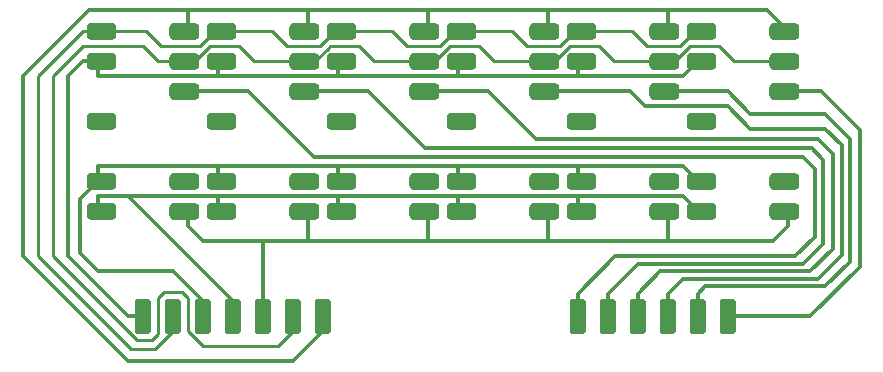
<source format=gbr>
G04 #@! TF.GenerationSoftware,KiCad,Pcbnew,(5.1.4)-1*
G04 #@! TF.CreationDate,2020-10-11T13:11:02+02:00*
G04 #@! TF.ProjectId,junior-computer-display,6a756e69-6f72-42d6-936f-6d7075746572,rev?*
G04 #@! TF.SameCoordinates,Original*
G04 #@! TF.FileFunction,Copper,L2,Bot*
G04 #@! TF.FilePolarity,Positive*
%FSLAX46Y46*%
G04 Gerber Fmt 4.6, Leading zero omitted, Abs format (unit mm)*
G04 Created by KiCad (PCBNEW (5.1.4)-1) date 2020-10-11 13:11:02*
%MOMM*%
%LPD*%
G04 APERTURE LIST*
%ADD10C,0.100000*%
%ADD11C,1.400000*%
%ADD12C,0.300000*%
%ADD13C,0.250000*%
%ADD14C,0.320000*%
G04 APERTURE END LIST*
D10*
G36*
X159134306Y-106451685D02*
G01*
X159168282Y-106456725D01*
X159201600Y-106465071D01*
X159233939Y-106476642D01*
X159264989Y-106491328D01*
X159294450Y-106508986D01*
X159322038Y-106529446D01*
X159347487Y-106552513D01*
X159370554Y-106577962D01*
X159391014Y-106605550D01*
X159408672Y-106635011D01*
X159423358Y-106666061D01*
X159434929Y-106698400D01*
X159443275Y-106731718D01*
X159448315Y-106765694D01*
X159450000Y-106800000D01*
X159450000Y-109100000D01*
X159448315Y-109134306D01*
X159443275Y-109168282D01*
X159434929Y-109201600D01*
X159423358Y-109233939D01*
X159408672Y-109264989D01*
X159391014Y-109294450D01*
X159370554Y-109322038D01*
X159347487Y-109347487D01*
X159322038Y-109370554D01*
X159294450Y-109391014D01*
X159264989Y-109408672D01*
X159233939Y-109423358D01*
X159201600Y-109434929D01*
X159168282Y-109443275D01*
X159134306Y-109448315D01*
X159100000Y-109450000D01*
X158400000Y-109450000D01*
X158365694Y-109448315D01*
X158331718Y-109443275D01*
X158298400Y-109434929D01*
X158266061Y-109423358D01*
X158235011Y-109408672D01*
X158205550Y-109391014D01*
X158177962Y-109370554D01*
X158152513Y-109347487D01*
X158129446Y-109322038D01*
X158108986Y-109294450D01*
X158091328Y-109264989D01*
X158076642Y-109233939D01*
X158065071Y-109201600D01*
X158056725Y-109168282D01*
X158051685Y-109134306D01*
X158050000Y-109100000D01*
X158050000Y-106800000D01*
X158051685Y-106765694D01*
X158056725Y-106731718D01*
X158065071Y-106698400D01*
X158076642Y-106666061D01*
X158091328Y-106635011D01*
X158108986Y-106605550D01*
X158129446Y-106577962D01*
X158152513Y-106552513D01*
X158177962Y-106529446D01*
X158205550Y-106508986D01*
X158235011Y-106491328D01*
X158266061Y-106476642D01*
X158298400Y-106465071D01*
X158331718Y-106456725D01*
X158365694Y-106451685D01*
X158400000Y-106450000D01*
X159100000Y-106450000D01*
X159134306Y-106451685D01*
X159134306Y-106451685D01*
G37*
D11*
X158750000Y-107950000D03*
D10*
G36*
X164214306Y-106451685D02*
G01*
X164248282Y-106456725D01*
X164281600Y-106465071D01*
X164313939Y-106476642D01*
X164344989Y-106491328D01*
X164374450Y-106508986D01*
X164402038Y-106529446D01*
X164427487Y-106552513D01*
X164450554Y-106577962D01*
X164471014Y-106605550D01*
X164488672Y-106635011D01*
X164503358Y-106666061D01*
X164514929Y-106698400D01*
X164523275Y-106731718D01*
X164528315Y-106765694D01*
X164530000Y-106800000D01*
X164530000Y-109100000D01*
X164528315Y-109134306D01*
X164523275Y-109168282D01*
X164514929Y-109201600D01*
X164503358Y-109233939D01*
X164488672Y-109264989D01*
X164471014Y-109294450D01*
X164450554Y-109322038D01*
X164427487Y-109347487D01*
X164402038Y-109370554D01*
X164374450Y-109391014D01*
X164344989Y-109408672D01*
X164313939Y-109423358D01*
X164281600Y-109434929D01*
X164248282Y-109443275D01*
X164214306Y-109448315D01*
X164180000Y-109450000D01*
X163480000Y-109450000D01*
X163445694Y-109448315D01*
X163411718Y-109443275D01*
X163378400Y-109434929D01*
X163346061Y-109423358D01*
X163315011Y-109408672D01*
X163285550Y-109391014D01*
X163257962Y-109370554D01*
X163232513Y-109347487D01*
X163209446Y-109322038D01*
X163188986Y-109294450D01*
X163171328Y-109264989D01*
X163156642Y-109233939D01*
X163145071Y-109201600D01*
X163136725Y-109168282D01*
X163131685Y-109134306D01*
X163130000Y-109100000D01*
X163130000Y-106800000D01*
X163131685Y-106765694D01*
X163136725Y-106731718D01*
X163145071Y-106698400D01*
X163156642Y-106666061D01*
X163171328Y-106635011D01*
X163188986Y-106605550D01*
X163209446Y-106577962D01*
X163232513Y-106552513D01*
X163257962Y-106529446D01*
X163285550Y-106508986D01*
X163315011Y-106491328D01*
X163346061Y-106476642D01*
X163378400Y-106465071D01*
X163411718Y-106456725D01*
X163445694Y-106451685D01*
X163480000Y-106450000D01*
X164180000Y-106450000D01*
X164214306Y-106451685D01*
X164214306Y-106451685D01*
G37*
D11*
X163830000Y-107950000D03*
D10*
G36*
X156594306Y-106451685D02*
G01*
X156628282Y-106456725D01*
X156661600Y-106465071D01*
X156693939Y-106476642D01*
X156724989Y-106491328D01*
X156754450Y-106508986D01*
X156782038Y-106529446D01*
X156807487Y-106552513D01*
X156830554Y-106577962D01*
X156851014Y-106605550D01*
X156868672Y-106635011D01*
X156883358Y-106666061D01*
X156894929Y-106698400D01*
X156903275Y-106731718D01*
X156908315Y-106765694D01*
X156910000Y-106800000D01*
X156910000Y-109100000D01*
X156908315Y-109134306D01*
X156903275Y-109168282D01*
X156894929Y-109201600D01*
X156883358Y-109233939D01*
X156868672Y-109264989D01*
X156851014Y-109294450D01*
X156830554Y-109322038D01*
X156807487Y-109347487D01*
X156782038Y-109370554D01*
X156754450Y-109391014D01*
X156724989Y-109408672D01*
X156693939Y-109423358D01*
X156661600Y-109434929D01*
X156628282Y-109443275D01*
X156594306Y-109448315D01*
X156560000Y-109450000D01*
X155860000Y-109450000D01*
X155825694Y-109448315D01*
X155791718Y-109443275D01*
X155758400Y-109434929D01*
X155726061Y-109423358D01*
X155695011Y-109408672D01*
X155665550Y-109391014D01*
X155637962Y-109370554D01*
X155612513Y-109347487D01*
X155589446Y-109322038D01*
X155568986Y-109294450D01*
X155551328Y-109264989D01*
X155536642Y-109233939D01*
X155525071Y-109201600D01*
X155516725Y-109168282D01*
X155511685Y-109134306D01*
X155510000Y-109100000D01*
X155510000Y-106800000D01*
X155511685Y-106765694D01*
X155516725Y-106731718D01*
X155525071Y-106698400D01*
X155536642Y-106666061D01*
X155551328Y-106635011D01*
X155568986Y-106605550D01*
X155589446Y-106577962D01*
X155612513Y-106552513D01*
X155637962Y-106529446D01*
X155665550Y-106508986D01*
X155695011Y-106491328D01*
X155726061Y-106476642D01*
X155758400Y-106465071D01*
X155791718Y-106456725D01*
X155825694Y-106451685D01*
X155860000Y-106450000D01*
X156560000Y-106450000D01*
X156594306Y-106451685D01*
X156594306Y-106451685D01*
G37*
D11*
X156210000Y-107950000D03*
D10*
G36*
X166754306Y-106451685D02*
G01*
X166788282Y-106456725D01*
X166821600Y-106465071D01*
X166853939Y-106476642D01*
X166884989Y-106491328D01*
X166914450Y-106508986D01*
X166942038Y-106529446D01*
X166967487Y-106552513D01*
X166990554Y-106577962D01*
X167011014Y-106605550D01*
X167028672Y-106635011D01*
X167043358Y-106666061D01*
X167054929Y-106698400D01*
X167063275Y-106731718D01*
X167068315Y-106765694D01*
X167070000Y-106800000D01*
X167070000Y-109100000D01*
X167068315Y-109134306D01*
X167063275Y-109168282D01*
X167054929Y-109201600D01*
X167043358Y-109233939D01*
X167028672Y-109264989D01*
X167011014Y-109294450D01*
X166990554Y-109322038D01*
X166967487Y-109347487D01*
X166942038Y-109370554D01*
X166914450Y-109391014D01*
X166884989Y-109408672D01*
X166853939Y-109423358D01*
X166821600Y-109434929D01*
X166788282Y-109443275D01*
X166754306Y-109448315D01*
X166720000Y-109450000D01*
X166020000Y-109450000D01*
X165985694Y-109448315D01*
X165951718Y-109443275D01*
X165918400Y-109434929D01*
X165886061Y-109423358D01*
X165855011Y-109408672D01*
X165825550Y-109391014D01*
X165797962Y-109370554D01*
X165772513Y-109347487D01*
X165749446Y-109322038D01*
X165728986Y-109294450D01*
X165711328Y-109264989D01*
X165696642Y-109233939D01*
X165685071Y-109201600D01*
X165676725Y-109168282D01*
X165671685Y-109134306D01*
X165670000Y-109100000D01*
X165670000Y-106800000D01*
X165671685Y-106765694D01*
X165676725Y-106731718D01*
X165685071Y-106698400D01*
X165696642Y-106666061D01*
X165711328Y-106635011D01*
X165728986Y-106605550D01*
X165749446Y-106577962D01*
X165772513Y-106552513D01*
X165797962Y-106529446D01*
X165825550Y-106508986D01*
X165855011Y-106491328D01*
X165886061Y-106476642D01*
X165918400Y-106465071D01*
X165951718Y-106456725D01*
X165985694Y-106451685D01*
X166020000Y-106450000D01*
X166720000Y-106450000D01*
X166754306Y-106451685D01*
X166754306Y-106451685D01*
G37*
D11*
X166370000Y-107950000D03*
D10*
G36*
X161674306Y-106451685D02*
G01*
X161708282Y-106456725D01*
X161741600Y-106465071D01*
X161773939Y-106476642D01*
X161804989Y-106491328D01*
X161834450Y-106508986D01*
X161862038Y-106529446D01*
X161887487Y-106552513D01*
X161910554Y-106577962D01*
X161931014Y-106605550D01*
X161948672Y-106635011D01*
X161963358Y-106666061D01*
X161974929Y-106698400D01*
X161983275Y-106731718D01*
X161988315Y-106765694D01*
X161990000Y-106800000D01*
X161990000Y-109100000D01*
X161988315Y-109134306D01*
X161983275Y-109168282D01*
X161974929Y-109201600D01*
X161963358Y-109233939D01*
X161948672Y-109264989D01*
X161931014Y-109294450D01*
X161910554Y-109322038D01*
X161887487Y-109347487D01*
X161862038Y-109370554D01*
X161834450Y-109391014D01*
X161804989Y-109408672D01*
X161773939Y-109423358D01*
X161741600Y-109434929D01*
X161708282Y-109443275D01*
X161674306Y-109448315D01*
X161640000Y-109450000D01*
X160940000Y-109450000D01*
X160905694Y-109448315D01*
X160871718Y-109443275D01*
X160838400Y-109434929D01*
X160806061Y-109423358D01*
X160775011Y-109408672D01*
X160745550Y-109391014D01*
X160717962Y-109370554D01*
X160692513Y-109347487D01*
X160669446Y-109322038D01*
X160648986Y-109294450D01*
X160631328Y-109264989D01*
X160616642Y-109233939D01*
X160605071Y-109201600D01*
X160596725Y-109168282D01*
X160591685Y-109134306D01*
X160590000Y-109100000D01*
X160590000Y-106800000D01*
X160591685Y-106765694D01*
X160596725Y-106731718D01*
X160605071Y-106698400D01*
X160616642Y-106666061D01*
X160631328Y-106635011D01*
X160648986Y-106605550D01*
X160669446Y-106577962D01*
X160692513Y-106552513D01*
X160717962Y-106529446D01*
X160745550Y-106508986D01*
X160775011Y-106491328D01*
X160806061Y-106476642D01*
X160838400Y-106465071D01*
X160871718Y-106456725D01*
X160905694Y-106451685D01*
X160940000Y-106450000D01*
X161640000Y-106450000D01*
X161674306Y-106451685D01*
X161674306Y-106451685D01*
G37*
D11*
X161290000Y-107950000D03*
D10*
G36*
X169294306Y-106451685D02*
G01*
X169328282Y-106456725D01*
X169361600Y-106465071D01*
X169393939Y-106476642D01*
X169424989Y-106491328D01*
X169454450Y-106508986D01*
X169482038Y-106529446D01*
X169507487Y-106552513D01*
X169530554Y-106577962D01*
X169551014Y-106605550D01*
X169568672Y-106635011D01*
X169583358Y-106666061D01*
X169594929Y-106698400D01*
X169603275Y-106731718D01*
X169608315Y-106765694D01*
X169610000Y-106800000D01*
X169610000Y-109100000D01*
X169608315Y-109134306D01*
X169603275Y-109168282D01*
X169594929Y-109201600D01*
X169583358Y-109233939D01*
X169568672Y-109264989D01*
X169551014Y-109294450D01*
X169530554Y-109322038D01*
X169507487Y-109347487D01*
X169482038Y-109370554D01*
X169454450Y-109391014D01*
X169424989Y-109408672D01*
X169393939Y-109423358D01*
X169361600Y-109434929D01*
X169328282Y-109443275D01*
X169294306Y-109448315D01*
X169260000Y-109450000D01*
X168560000Y-109450000D01*
X168525694Y-109448315D01*
X168491718Y-109443275D01*
X168458400Y-109434929D01*
X168426061Y-109423358D01*
X168395011Y-109408672D01*
X168365550Y-109391014D01*
X168337962Y-109370554D01*
X168312513Y-109347487D01*
X168289446Y-109322038D01*
X168268986Y-109294450D01*
X168251328Y-109264989D01*
X168236642Y-109233939D01*
X168225071Y-109201600D01*
X168216725Y-109168282D01*
X168211685Y-109134306D01*
X168210000Y-109100000D01*
X168210000Y-106800000D01*
X168211685Y-106765694D01*
X168216725Y-106731718D01*
X168225071Y-106698400D01*
X168236642Y-106666061D01*
X168251328Y-106635011D01*
X168268986Y-106605550D01*
X168289446Y-106577962D01*
X168312513Y-106552513D01*
X168337962Y-106529446D01*
X168365550Y-106508986D01*
X168395011Y-106491328D01*
X168426061Y-106476642D01*
X168458400Y-106465071D01*
X168491718Y-106456725D01*
X168525694Y-106451685D01*
X168560000Y-106450000D01*
X169260000Y-106450000D01*
X169294306Y-106451685D01*
X169294306Y-106451685D01*
G37*
D11*
X168910000Y-107950000D03*
D10*
G36*
X135004306Y-106451685D02*
G01*
X135038282Y-106456725D01*
X135071600Y-106465071D01*
X135103939Y-106476642D01*
X135134989Y-106491328D01*
X135164450Y-106508986D01*
X135192038Y-106529446D01*
X135217487Y-106552513D01*
X135240554Y-106577962D01*
X135261014Y-106605550D01*
X135278672Y-106635011D01*
X135293358Y-106666061D01*
X135304929Y-106698400D01*
X135313275Y-106731718D01*
X135318315Y-106765694D01*
X135320000Y-106800000D01*
X135320000Y-109100000D01*
X135318315Y-109134306D01*
X135313275Y-109168282D01*
X135304929Y-109201600D01*
X135293358Y-109233939D01*
X135278672Y-109264989D01*
X135261014Y-109294450D01*
X135240554Y-109322038D01*
X135217487Y-109347487D01*
X135192038Y-109370554D01*
X135164450Y-109391014D01*
X135134989Y-109408672D01*
X135103939Y-109423358D01*
X135071600Y-109434929D01*
X135038282Y-109443275D01*
X135004306Y-109448315D01*
X134970000Y-109450000D01*
X134270000Y-109450000D01*
X134235694Y-109448315D01*
X134201718Y-109443275D01*
X134168400Y-109434929D01*
X134136061Y-109423358D01*
X134105011Y-109408672D01*
X134075550Y-109391014D01*
X134047962Y-109370554D01*
X134022513Y-109347487D01*
X133999446Y-109322038D01*
X133978986Y-109294450D01*
X133961328Y-109264989D01*
X133946642Y-109233939D01*
X133935071Y-109201600D01*
X133926725Y-109168282D01*
X133921685Y-109134306D01*
X133920000Y-109100000D01*
X133920000Y-106800000D01*
X133921685Y-106765694D01*
X133926725Y-106731718D01*
X133935071Y-106698400D01*
X133946642Y-106666061D01*
X133961328Y-106635011D01*
X133978986Y-106605550D01*
X133999446Y-106577962D01*
X134022513Y-106552513D01*
X134047962Y-106529446D01*
X134075550Y-106508986D01*
X134105011Y-106491328D01*
X134136061Y-106476642D01*
X134168400Y-106465071D01*
X134201718Y-106456725D01*
X134235694Y-106451685D01*
X134270000Y-106450000D01*
X134970000Y-106450000D01*
X135004306Y-106451685D01*
X135004306Y-106451685D01*
G37*
D11*
X134620000Y-107950000D03*
D10*
G36*
X132464306Y-106451685D02*
G01*
X132498282Y-106456725D01*
X132531600Y-106465071D01*
X132563939Y-106476642D01*
X132594989Y-106491328D01*
X132624450Y-106508986D01*
X132652038Y-106529446D01*
X132677487Y-106552513D01*
X132700554Y-106577962D01*
X132721014Y-106605550D01*
X132738672Y-106635011D01*
X132753358Y-106666061D01*
X132764929Y-106698400D01*
X132773275Y-106731718D01*
X132778315Y-106765694D01*
X132780000Y-106800000D01*
X132780000Y-109100000D01*
X132778315Y-109134306D01*
X132773275Y-109168282D01*
X132764929Y-109201600D01*
X132753358Y-109233939D01*
X132738672Y-109264989D01*
X132721014Y-109294450D01*
X132700554Y-109322038D01*
X132677487Y-109347487D01*
X132652038Y-109370554D01*
X132624450Y-109391014D01*
X132594989Y-109408672D01*
X132563939Y-109423358D01*
X132531600Y-109434929D01*
X132498282Y-109443275D01*
X132464306Y-109448315D01*
X132430000Y-109450000D01*
X131730000Y-109450000D01*
X131695694Y-109448315D01*
X131661718Y-109443275D01*
X131628400Y-109434929D01*
X131596061Y-109423358D01*
X131565011Y-109408672D01*
X131535550Y-109391014D01*
X131507962Y-109370554D01*
X131482513Y-109347487D01*
X131459446Y-109322038D01*
X131438986Y-109294450D01*
X131421328Y-109264989D01*
X131406642Y-109233939D01*
X131395071Y-109201600D01*
X131386725Y-109168282D01*
X131381685Y-109134306D01*
X131380000Y-109100000D01*
X131380000Y-106800000D01*
X131381685Y-106765694D01*
X131386725Y-106731718D01*
X131395071Y-106698400D01*
X131406642Y-106666061D01*
X131421328Y-106635011D01*
X131438986Y-106605550D01*
X131459446Y-106577962D01*
X131482513Y-106552513D01*
X131507962Y-106529446D01*
X131535550Y-106508986D01*
X131565011Y-106491328D01*
X131596061Y-106476642D01*
X131628400Y-106465071D01*
X131661718Y-106456725D01*
X131695694Y-106451685D01*
X131730000Y-106450000D01*
X132430000Y-106450000D01*
X132464306Y-106451685D01*
X132464306Y-106451685D01*
G37*
D11*
X132080000Y-107950000D03*
D10*
G36*
X129924306Y-106451685D02*
G01*
X129958282Y-106456725D01*
X129991600Y-106465071D01*
X130023939Y-106476642D01*
X130054989Y-106491328D01*
X130084450Y-106508986D01*
X130112038Y-106529446D01*
X130137487Y-106552513D01*
X130160554Y-106577962D01*
X130181014Y-106605550D01*
X130198672Y-106635011D01*
X130213358Y-106666061D01*
X130224929Y-106698400D01*
X130233275Y-106731718D01*
X130238315Y-106765694D01*
X130240000Y-106800000D01*
X130240000Y-109100000D01*
X130238315Y-109134306D01*
X130233275Y-109168282D01*
X130224929Y-109201600D01*
X130213358Y-109233939D01*
X130198672Y-109264989D01*
X130181014Y-109294450D01*
X130160554Y-109322038D01*
X130137487Y-109347487D01*
X130112038Y-109370554D01*
X130084450Y-109391014D01*
X130054989Y-109408672D01*
X130023939Y-109423358D01*
X129991600Y-109434929D01*
X129958282Y-109443275D01*
X129924306Y-109448315D01*
X129890000Y-109450000D01*
X129190000Y-109450000D01*
X129155694Y-109448315D01*
X129121718Y-109443275D01*
X129088400Y-109434929D01*
X129056061Y-109423358D01*
X129025011Y-109408672D01*
X128995550Y-109391014D01*
X128967962Y-109370554D01*
X128942513Y-109347487D01*
X128919446Y-109322038D01*
X128898986Y-109294450D01*
X128881328Y-109264989D01*
X128866642Y-109233939D01*
X128855071Y-109201600D01*
X128846725Y-109168282D01*
X128841685Y-109134306D01*
X128840000Y-109100000D01*
X128840000Y-106800000D01*
X128841685Y-106765694D01*
X128846725Y-106731718D01*
X128855071Y-106698400D01*
X128866642Y-106666061D01*
X128881328Y-106635011D01*
X128898986Y-106605550D01*
X128919446Y-106577962D01*
X128942513Y-106552513D01*
X128967962Y-106529446D01*
X128995550Y-106508986D01*
X129025011Y-106491328D01*
X129056061Y-106476642D01*
X129088400Y-106465071D01*
X129121718Y-106456725D01*
X129155694Y-106451685D01*
X129190000Y-106450000D01*
X129890000Y-106450000D01*
X129924306Y-106451685D01*
X129924306Y-106451685D01*
G37*
D11*
X129540000Y-107950000D03*
D10*
G36*
X127384306Y-106451685D02*
G01*
X127418282Y-106456725D01*
X127451600Y-106465071D01*
X127483939Y-106476642D01*
X127514989Y-106491328D01*
X127544450Y-106508986D01*
X127572038Y-106529446D01*
X127597487Y-106552513D01*
X127620554Y-106577962D01*
X127641014Y-106605550D01*
X127658672Y-106635011D01*
X127673358Y-106666061D01*
X127684929Y-106698400D01*
X127693275Y-106731718D01*
X127698315Y-106765694D01*
X127700000Y-106800000D01*
X127700000Y-109100000D01*
X127698315Y-109134306D01*
X127693275Y-109168282D01*
X127684929Y-109201600D01*
X127673358Y-109233939D01*
X127658672Y-109264989D01*
X127641014Y-109294450D01*
X127620554Y-109322038D01*
X127597487Y-109347487D01*
X127572038Y-109370554D01*
X127544450Y-109391014D01*
X127514989Y-109408672D01*
X127483939Y-109423358D01*
X127451600Y-109434929D01*
X127418282Y-109443275D01*
X127384306Y-109448315D01*
X127350000Y-109450000D01*
X126650000Y-109450000D01*
X126615694Y-109448315D01*
X126581718Y-109443275D01*
X126548400Y-109434929D01*
X126516061Y-109423358D01*
X126485011Y-109408672D01*
X126455550Y-109391014D01*
X126427962Y-109370554D01*
X126402513Y-109347487D01*
X126379446Y-109322038D01*
X126358986Y-109294450D01*
X126341328Y-109264989D01*
X126326642Y-109233939D01*
X126315071Y-109201600D01*
X126306725Y-109168282D01*
X126301685Y-109134306D01*
X126300000Y-109100000D01*
X126300000Y-106800000D01*
X126301685Y-106765694D01*
X126306725Y-106731718D01*
X126315071Y-106698400D01*
X126326642Y-106666061D01*
X126341328Y-106635011D01*
X126358986Y-106605550D01*
X126379446Y-106577962D01*
X126402513Y-106552513D01*
X126427962Y-106529446D01*
X126455550Y-106508986D01*
X126485011Y-106491328D01*
X126516061Y-106476642D01*
X126548400Y-106465071D01*
X126581718Y-106456725D01*
X126615694Y-106451685D01*
X126650000Y-106450000D01*
X127350000Y-106450000D01*
X127384306Y-106451685D01*
X127384306Y-106451685D01*
G37*
D11*
X127000000Y-107950000D03*
D10*
G36*
X124844306Y-106451685D02*
G01*
X124878282Y-106456725D01*
X124911600Y-106465071D01*
X124943939Y-106476642D01*
X124974989Y-106491328D01*
X125004450Y-106508986D01*
X125032038Y-106529446D01*
X125057487Y-106552513D01*
X125080554Y-106577962D01*
X125101014Y-106605550D01*
X125118672Y-106635011D01*
X125133358Y-106666061D01*
X125144929Y-106698400D01*
X125153275Y-106731718D01*
X125158315Y-106765694D01*
X125160000Y-106800000D01*
X125160000Y-109100000D01*
X125158315Y-109134306D01*
X125153275Y-109168282D01*
X125144929Y-109201600D01*
X125133358Y-109233939D01*
X125118672Y-109264989D01*
X125101014Y-109294450D01*
X125080554Y-109322038D01*
X125057487Y-109347487D01*
X125032038Y-109370554D01*
X125004450Y-109391014D01*
X124974989Y-109408672D01*
X124943939Y-109423358D01*
X124911600Y-109434929D01*
X124878282Y-109443275D01*
X124844306Y-109448315D01*
X124810000Y-109450000D01*
X124110000Y-109450000D01*
X124075694Y-109448315D01*
X124041718Y-109443275D01*
X124008400Y-109434929D01*
X123976061Y-109423358D01*
X123945011Y-109408672D01*
X123915550Y-109391014D01*
X123887962Y-109370554D01*
X123862513Y-109347487D01*
X123839446Y-109322038D01*
X123818986Y-109294450D01*
X123801328Y-109264989D01*
X123786642Y-109233939D01*
X123775071Y-109201600D01*
X123766725Y-109168282D01*
X123761685Y-109134306D01*
X123760000Y-109100000D01*
X123760000Y-106800000D01*
X123761685Y-106765694D01*
X123766725Y-106731718D01*
X123775071Y-106698400D01*
X123786642Y-106666061D01*
X123801328Y-106635011D01*
X123818986Y-106605550D01*
X123839446Y-106577962D01*
X123862513Y-106552513D01*
X123887962Y-106529446D01*
X123915550Y-106508986D01*
X123945011Y-106491328D01*
X123976061Y-106476642D01*
X124008400Y-106465071D01*
X124041718Y-106456725D01*
X124075694Y-106451685D01*
X124110000Y-106450000D01*
X124810000Y-106450000D01*
X124844306Y-106451685D01*
X124844306Y-106451685D01*
G37*
D11*
X124460000Y-107950000D03*
D10*
G36*
X122304306Y-106451685D02*
G01*
X122338282Y-106456725D01*
X122371600Y-106465071D01*
X122403939Y-106476642D01*
X122434989Y-106491328D01*
X122464450Y-106508986D01*
X122492038Y-106529446D01*
X122517487Y-106552513D01*
X122540554Y-106577962D01*
X122561014Y-106605550D01*
X122578672Y-106635011D01*
X122593358Y-106666061D01*
X122604929Y-106698400D01*
X122613275Y-106731718D01*
X122618315Y-106765694D01*
X122620000Y-106800000D01*
X122620000Y-109100000D01*
X122618315Y-109134306D01*
X122613275Y-109168282D01*
X122604929Y-109201600D01*
X122593358Y-109233939D01*
X122578672Y-109264989D01*
X122561014Y-109294450D01*
X122540554Y-109322038D01*
X122517487Y-109347487D01*
X122492038Y-109370554D01*
X122464450Y-109391014D01*
X122434989Y-109408672D01*
X122403939Y-109423358D01*
X122371600Y-109434929D01*
X122338282Y-109443275D01*
X122304306Y-109448315D01*
X122270000Y-109450000D01*
X121570000Y-109450000D01*
X121535694Y-109448315D01*
X121501718Y-109443275D01*
X121468400Y-109434929D01*
X121436061Y-109423358D01*
X121405011Y-109408672D01*
X121375550Y-109391014D01*
X121347962Y-109370554D01*
X121322513Y-109347487D01*
X121299446Y-109322038D01*
X121278986Y-109294450D01*
X121261328Y-109264989D01*
X121246642Y-109233939D01*
X121235071Y-109201600D01*
X121226725Y-109168282D01*
X121221685Y-109134306D01*
X121220000Y-109100000D01*
X121220000Y-106800000D01*
X121221685Y-106765694D01*
X121226725Y-106731718D01*
X121235071Y-106698400D01*
X121246642Y-106666061D01*
X121261328Y-106635011D01*
X121278986Y-106605550D01*
X121299446Y-106577962D01*
X121322513Y-106552513D01*
X121347962Y-106529446D01*
X121375550Y-106508986D01*
X121405011Y-106491328D01*
X121436061Y-106476642D01*
X121468400Y-106465071D01*
X121501718Y-106456725D01*
X121535694Y-106451685D01*
X121570000Y-106450000D01*
X122270000Y-106450000D01*
X122304306Y-106451685D01*
X122304306Y-106451685D01*
G37*
D11*
X121920000Y-107950000D03*
D10*
G36*
X119764306Y-106451685D02*
G01*
X119798282Y-106456725D01*
X119831600Y-106465071D01*
X119863939Y-106476642D01*
X119894989Y-106491328D01*
X119924450Y-106508986D01*
X119952038Y-106529446D01*
X119977487Y-106552513D01*
X120000554Y-106577962D01*
X120021014Y-106605550D01*
X120038672Y-106635011D01*
X120053358Y-106666061D01*
X120064929Y-106698400D01*
X120073275Y-106731718D01*
X120078315Y-106765694D01*
X120080000Y-106800000D01*
X120080000Y-109100000D01*
X120078315Y-109134306D01*
X120073275Y-109168282D01*
X120064929Y-109201600D01*
X120053358Y-109233939D01*
X120038672Y-109264989D01*
X120021014Y-109294450D01*
X120000554Y-109322038D01*
X119977487Y-109347487D01*
X119952038Y-109370554D01*
X119924450Y-109391014D01*
X119894989Y-109408672D01*
X119863939Y-109423358D01*
X119831600Y-109434929D01*
X119798282Y-109443275D01*
X119764306Y-109448315D01*
X119730000Y-109450000D01*
X119030000Y-109450000D01*
X118995694Y-109448315D01*
X118961718Y-109443275D01*
X118928400Y-109434929D01*
X118896061Y-109423358D01*
X118865011Y-109408672D01*
X118835550Y-109391014D01*
X118807962Y-109370554D01*
X118782513Y-109347487D01*
X118759446Y-109322038D01*
X118738986Y-109294450D01*
X118721328Y-109264989D01*
X118706642Y-109233939D01*
X118695071Y-109201600D01*
X118686725Y-109168282D01*
X118681685Y-109134306D01*
X118680000Y-109100000D01*
X118680000Y-106800000D01*
X118681685Y-106765694D01*
X118686725Y-106731718D01*
X118695071Y-106698400D01*
X118706642Y-106666061D01*
X118721328Y-106635011D01*
X118738986Y-106605550D01*
X118759446Y-106577962D01*
X118782513Y-106552513D01*
X118807962Y-106529446D01*
X118835550Y-106508986D01*
X118865011Y-106491328D01*
X118896061Y-106476642D01*
X118928400Y-106465071D01*
X118961718Y-106456725D01*
X118995694Y-106451685D01*
X119030000Y-106450000D01*
X119730000Y-106450000D01*
X119764306Y-106451685D01*
X119764306Y-106451685D01*
G37*
D11*
X119380000Y-107950000D03*
D10*
G36*
X116804306Y-98361685D02*
G01*
X116838282Y-98366725D01*
X116871600Y-98375071D01*
X116903939Y-98386642D01*
X116934989Y-98401328D01*
X116964450Y-98418986D01*
X116992038Y-98439446D01*
X117017487Y-98462513D01*
X117040554Y-98487962D01*
X117061014Y-98515550D01*
X117078672Y-98545011D01*
X117093358Y-98576061D01*
X117104929Y-98608400D01*
X117113275Y-98641718D01*
X117118315Y-98675694D01*
X117120000Y-98710000D01*
X117120000Y-99410000D01*
X117118315Y-99444306D01*
X117113275Y-99478282D01*
X117104929Y-99511600D01*
X117093358Y-99543939D01*
X117078672Y-99574989D01*
X117061014Y-99604450D01*
X117040554Y-99632038D01*
X117017487Y-99657487D01*
X116992038Y-99680554D01*
X116964450Y-99701014D01*
X116934989Y-99718672D01*
X116903939Y-99733358D01*
X116871600Y-99744929D01*
X116838282Y-99753275D01*
X116804306Y-99758315D01*
X116770000Y-99760000D01*
X114970000Y-99760000D01*
X114935694Y-99758315D01*
X114901718Y-99753275D01*
X114868400Y-99744929D01*
X114836061Y-99733358D01*
X114805011Y-99718672D01*
X114775550Y-99701014D01*
X114747962Y-99680554D01*
X114722513Y-99657487D01*
X114699446Y-99632038D01*
X114678986Y-99604450D01*
X114661328Y-99574989D01*
X114646642Y-99543939D01*
X114635071Y-99511600D01*
X114626725Y-99478282D01*
X114621685Y-99444306D01*
X114620000Y-99410000D01*
X114620000Y-98710000D01*
X114621685Y-98675694D01*
X114626725Y-98641718D01*
X114635071Y-98608400D01*
X114646642Y-98576061D01*
X114661328Y-98545011D01*
X114678986Y-98515550D01*
X114699446Y-98487962D01*
X114722513Y-98462513D01*
X114747962Y-98439446D01*
X114775550Y-98418986D01*
X114805011Y-98401328D01*
X114836061Y-98386642D01*
X114868400Y-98375071D01*
X114901718Y-98366725D01*
X114935694Y-98361685D01*
X114970000Y-98360000D01*
X116770000Y-98360000D01*
X116804306Y-98361685D01*
X116804306Y-98361685D01*
G37*
D11*
X115870000Y-99060000D03*
D10*
G36*
X116804306Y-95821685D02*
G01*
X116838282Y-95826725D01*
X116871600Y-95835071D01*
X116903939Y-95846642D01*
X116934989Y-95861328D01*
X116964450Y-95878986D01*
X116992038Y-95899446D01*
X117017487Y-95922513D01*
X117040554Y-95947962D01*
X117061014Y-95975550D01*
X117078672Y-96005011D01*
X117093358Y-96036061D01*
X117104929Y-96068400D01*
X117113275Y-96101718D01*
X117118315Y-96135694D01*
X117120000Y-96170000D01*
X117120000Y-96870000D01*
X117118315Y-96904306D01*
X117113275Y-96938282D01*
X117104929Y-96971600D01*
X117093358Y-97003939D01*
X117078672Y-97034989D01*
X117061014Y-97064450D01*
X117040554Y-97092038D01*
X117017487Y-97117487D01*
X116992038Y-97140554D01*
X116964450Y-97161014D01*
X116934989Y-97178672D01*
X116903939Y-97193358D01*
X116871600Y-97204929D01*
X116838282Y-97213275D01*
X116804306Y-97218315D01*
X116770000Y-97220000D01*
X114970000Y-97220000D01*
X114935694Y-97218315D01*
X114901718Y-97213275D01*
X114868400Y-97204929D01*
X114836061Y-97193358D01*
X114805011Y-97178672D01*
X114775550Y-97161014D01*
X114747962Y-97140554D01*
X114722513Y-97117487D01*
X114699446Y-97092038D01*
X114678986Y-97064450D01*
X114661328Y-97034989D01*
X114646642Y-97003939D01*
X114635071Y-96971600D01*
X114626725Y-96938282D01*
X114621685Y-96904306D01*
X114620000Y-96870000D01*
X114620000Y-96170000D01*
X114621685Y-96135694D01*
X114626725Y-96101718D01*
X114635071Y-96068400D01*
X114646642Y-96036061D01*
X114661328Y-96005011D01*
X114678986Y-95975550D01*
X114699446Y-95947962D01*
X114722513Y-95922513D01*
X114747962Y-95899446D01*
X114775550Y-95878986D01*
X114805011Y-95861328D01*
X114836061Y-95846642D01*
X114868400Y-95835071D01*
X114901718Y-95826725D01*
X114935694Y-95821685D01*
X114970000Y-95820000D01*
X116770000Y-95820000D01*
X116804306Y-95821685D01*
X116804306Y-95821685D01*
G37*
D11*
X115870000Y-96520000D03*
D10*
G36*
X116804306Y-90741685D02*
G01*
X116838282Y-90746725D01*
X116871600Y-90755071D01*
X116903939Y-90766642D01*
X116934989Y-90781328D01*
X116964450Y-90798986D01*
X116992038Y-90819446D01*
X117017487Y-90842513D01*
X117040554Y-90867962D01*
X117061014Y-90895550D01*
X117078672Y-90925011D01*
X117093358Y-90956061D01*
X117104929Y-90988400D01*
X117113275Y-91021718D01*
X117118315Y-91055694D01*
X117120000Y-91090000D01*
X117120000Y-91790000D01*
X117118315Y-91824306D01*
X117113275Y-91858282D01*
X117104929Y-91891600D01*
X117093358Y-91923939D01*
X117078672Y-91954989D01*
X117061014Y-91984450D01*
X117040554Y-92012038D01*
X117017487Y-92037487D01*
X116992038Y-92060554D01*
X116964450Y-92081014D01*
X116934989Y-92098672D01*
X116903939Y-92113358D01*
X116871600Y-92124929D01*
X116838282Y-92133275D01*
X116804306Y-92138315D01*
X116770000Y-92140000D01*
X114970000Y-92140000D01*
X114935694Y-92138315D01*
X114901718Y-92133275D01*
X114868400Y-92124929D01*
X114836061Y-92113358D01*
X114805011Y-92098672D01*
X114775550Y-92081014D01*
X114747962Y-92060554D01*
X114722513Y-92037487D01*
X114699446Y-92012038D01*
X114678986Y-91984450D01*
X114661328Y-91954989D01*
X114646642Y-91923939D01*
X114635071Y-91891600D01*
X114626725Y-91858282D01*
X114621685Y-91824306D01*
X114620000Y-91790000D01*
X114620000Y-91090000D01*
X114621685Y-91055694D01*
X114626725Y-91021718D01*
X114635071Y-90988400D01*
X114646642Y-90956061D01*
X114661328Y-90925011D01*
X114678986Y-90895550D01*
X114699446Y-90867962D01*
X114722513Y-90842513D01*
X114747962Y-90819446D01*
X114775550Y-90798986D01*
X114805011Y-90781328D01*
X114836061Y-90766642D01*
X114868400Y-90755071D01*
X114901718Y-90746725D01*
X114935694Y-90741685D01*
X114970000Y-90740000D01*
X116770000Y-90740000D01*
X116804306Y-90741685D01*
X116804306Y-90741685D01*
G37*
D11*
X115870000Y-91440000D03*
D10*
G36*
X116804306Y-85661685D02*
G01*
X116838282Y-85666725D01*
X116871600Y-85675071D01*
X116903939Y-85686642D01*
X116934989Y-85701328D01*
X116964450Y-85718986D01*
X116992038Y-85739446D01*
X117017487Y-85762513D01*
X117040554Y-85787962D01*
X117061014Y-85815550D01*
X117078672Y-85845011D01*
X117093358Y-85876061D01*
X117104929Y-85908400D01*
X117113275Y-85941718D01*
X117118315Y-85975694D01*
X117120000Y-86010000D01*
X117120000Y-86710000D01*
X117118315Y-86744306D01*
X117113275Y-86778282D01*
X117104929Y-86811600D01*
X117093358Y-86843939D01*
X117078672Y-86874989D01*
X117061014Y-86904450D01*
X117040554Y-86932038D01*
X117017487Y-86957487D01*
X116992038Y-86980554D01*
X116964450Y-87001014D01*
X116934989Y-87018672D01*
X116903939Y-87033358D01*
X116871600Y-87044929D01*
X116838282Y-87053275D01*
X116804306Y-87058315D01*
X116770000Y-87060000D01*
X114970000Y-87060000D01*
X114935694Y-87058315D01*
X114901718Y-87053275D01*
X114868400Y-87044929D01*
X114836061Y-87033358D01*
X114805011Y-87018672D01*
X114775550Y-87001014D01*
X114747962Y-86980554D01*
X114722513Y-86957487D01*
X114699446Y-86932038D01*
X114678986Y-86904450D01*
X114661328Y-86874989D01*
X114646642Y-86843939D01*
X114635071Y-86811600D01*
X114626725Y-86778282D01*
X114621685Y-86744306D01*
X114620000Y-86710000D01*
X114620000Y-86010000D01*
X114621685Y-85975694D01*
X114626725Y-85941718D01*
X114635071Y-85908400D01*
X114646642Y-85876061D01*
X114661328Y-85845011D01*
X114678986Y-85815550D01*
X114699446Y-85787962D01*
X114722513Y-85762513D01*
X114747962Y-85739446D01*
X114775550Y-85718986D01*
X114805011Y-85701328D01*
X114836061Y-85686642D01*
X114868400Y-85675071D01*
X114901718Y-85666725D01*
X114935694Y-85661685D01*
X114970000Y-85660000D01*
X116770000Y-85660000D01*
X116804306Y-85661685D01*
X116804306Y-85661685D01*
G37*
D11*
X115870000Y-86360000D03*
D10*
G36*
X116804306Y-83121685D02*
G01*
X116838282Y-83126725D01*
X116871600Y-83135071D01*
X116903939Y-83146642D01*
X116934989Y-83161328D01*
X116964450Y-83178986D01*
X116992038Y-83199446D01*
X117017487Y-83222513D01*
X117040554Y-83247962D01*
X117061014Y-83275550D01*
X117078672Y-83305011D01*
X117093358Y-83336061D01*
X117104929Y-83368400D01*
X117113275Y-83401718D01*
X117118315Y-83435694D01*
X117120000Y-83470000D01*
X117120000Y-84170000D01*
X117118315Y-84204306D01*
X117113275Y-84238282D01*
X117104929Y-84271600D01*
X117093358Y-84303939D01*
X117078672Y-84334989D01*
X117061014Y-84364450D01*
X117040554Y-84392038D01*
X117017487Y-84417487D01*
X116992038Y-84440554D01*
X116964450Y-84461014D01*
X116934989Y-84478672D01*
X116903939Y-84493358D01*
X116871600Y-84504929D01*
X116838282Y-84513275D01*
X116804306Y-84518315D01*
X116770000Y-84520000D01*
X114970000Y-84520000D01*
X114935694Y-84518315D01*
X114901718Y-84513275D01*
X114868400Y-84504929D01*
X114836061Y-84493358D01*
X114805011Y-84478672D01*
X114775550Y-84461014D01*
X114747962Y-84440554D01*
X114722513Y-84417487D01*
X114699446Y-84392038D01*
X114678986Y-84364450D01*
X114661328Y-84334989D01*
X114646642Y-84303939D01*
X114635071Y-84271600D01*
X114626725Y-84238282D01*
X114621685Y-84204306D01*
X114620000Y-84170000D01*
X114620000Y-83470000D01*
X114621685Y-83435694D01*
X114626725Y-83401718D01*
X114635071Y-83368400D01*
X114646642Y-83336061D01*
X114661328Y-83305011D01*
X114678986Y-83275550D01*
X114699446Y-83247962D01*
X114722513Y-83222513D01*
X114747962Y-83199446D01*
X114775550Y-83178986D01*
X114805011Y-83161328D01*
X114836061Y-83146642D01*
X114868400Y-83135071D01*
X114901718Y-83126725D01*
X114935694Y-83121685D01*
X114970000Y-83120000D01*
X116770000Y-83120000D01*
X116804306Y-83121685D01*
X116804306Y-83121685D01*
G37*
D11*
X115870000Y-83820000D03*
D10*
G36*
X123824306Y-98361685D02*
G01*
X123858282Y-98366725D01*
X123891600Y-98375071D01*
X123923939Y-98386642D01*
X123954989Y-98401328D01*
X123984450Y-98418986D01*
X124012038Y-98439446D01*
X124037487Y-98462513D01*
X124060554Y-98487962D01*
X124081014Y-98515550D01*
X124098672Y-98545011D01*
X124113358Y-98576061D01*
X124124929Y-98608400D01*
X124133275Y-98641718D01*
X124138315Y-98675694D01*
X124140000Y-98710000D01*
X124140000Y-99410000D01*
X124138315Y-99444306D01*
X124133275Y-99478282D01*
X124124929Y-99511600D01*
X124113358Y-99543939D01*
X124098672Y-99574989D01*
X124081014Y-99604450D01*
X124060554Y-99632038D01*
X124037487Y-99657487D01*
X124012038Y-99680554D01*
X123984450Y-99701014D01*
X123954989Y-99718672D01*
X123923939Y-99733358D01*
X123891600Y-99744929D01*
X123858282Y-99753275D01*
X123824306Y-99758315D01*
X123790000Y-99760000D01*
X121990000Y-99760000D01*
X121955694Y-99758315D01*
X121921718Y-99753275D01*
X121888400Y-99744929D01*
X121856061Y-99733358D01*
X121825011Y-99718672D01*
X121795550Y-99701014D01*
X121767962Y-99680554D01*
X121742513Y-99657487D01*
X121719446Y-99632038D01*
X121698986Y-99604450D01*
X121681328Y-99574989D01*
X121666642Y-99543939D01*
X121655071Y-99511600D01*
X121646725Y-99478282D01*
X121641685Y-99444306D01*
X121640000Y-99410000D01*
X121640000Y-98710000D01*
X121641685Y-98675694D01*
X121646725Y-98641718D01*
X121655071Y-98608400D01*
X121666642Y-98576061D01*
X121681328Y-98545011D01*
X121698986Y-98515550D01*
X121719446Y-98487962D01*
X121742513Y-98462513D01*
X121767962Y-98439446D01*
X121795550Y-98418986D01*
X121825011Y-98401328D01*
X121856061Y-98386642D01*
X121888400Y-98375071D01*
X121921718Y-98366725D01*
X121955694Y-98361685D01*
X121990000Y-98360000D01*
X123790000Y-98360000D01*
X123824306Y-98361685D01*
X123824306Y-98361685D01*
G37*
D11*
X122890000Y-99060000D03*
D10*
G36*
X123824306Y-95821685D02*
G01*
X123858282Y-95826725D01*
X123891600Y-95835071D01*
X123923939Y-95846642D01*
X123954989Y-95861328D01*
X123984450Y-95878986D01*
X124012038Y-95899446D01*
X124037487Y-95922513D01*
X124060554Y-95947962D01*
X124081014Y-95975550D01*
X124098672Y-96005011D01*
X124113358Y-96036061D01*
X124124929Y-96068400D01*
X124133275Y-96101718D01*
X124138315Y-96135694D01*
X124140000Y-96170000D01*
X124140000Y-96870000D01*
X124138315Y-96904306D01*
X124133275Y-96938282D01*
X124124929Y-96971600D01*
X124113358Y-97003939D01*
X124098672Y-97034989D01*
X124081014Y-97064450D01*
X124060554Y-97092038D01*
X124037487Y-97117487D01*
X124012038Y-97140554D01*
X123984450Y-97161014D01*
X123954989Y-97178672D01*
X123923939Y-97193358D01*
X123891600Y-97204929D01*
X123858282Y-97213275D01*
X123824306Y-97218315D01*
X123790000Y-97220000D01*
X121990000Y-97220000D01*
X121955694Y-97218315D01*
X121921718Y-97213275D01*
X121888400Y-97204929D01*
X121856061Y-97193358D01*
X121825011Y-97178672D01*
X121795550Y-97161014D01*
X121767962Y-97140554D01*
X121742513Y-97117487D01*
X121719446Y-97092038D01*
X121698986Y-97064450D01*
X121681328Y-97034989D01*
X121666642Y-97003939D01*
X121655071Y-96971600D01*
X121646725Y-96938282D01*
X121641685Y-96904306D01*
X121640000Y-96870000D01*
X121640000Y-96170000D01*
X121641685Y-96135694D01*
X121646725Y-96101718D01*
X121655071Y-96068400D01*
X121666642Y-96036061D01*
X121681328Y-96005011D01*
X121698986Y-95975550D01*
X121719446Y-95947962D01*
X121742513Y-95922513D01*
X121767962Y-95899446D01*
X121795550Y-95878986D01*
X121825011Y-95861328D01*
X121856061Y-95846642D01*
X121888400Y-95835071D01*
X121921718Y-95826725D01*
X121955694Y-95821685D01*
X121990000Y-95820000D01*
X123790000Y-95820000D01*
X123824306Y-95821685D01*
X123824306Y-95821685D01*
G37*
D11*
X122890000Y-96520000D03*
D10*
G36*
X123824306Y-88201685D02*
G01*
X123858282Y-88206725D01*
X123891600Y-88215071D01*
X123923939Y-88226642D01*
X123954989Y-88241328D01*
X123984450Y-88258986D01*
X124012038Y-88279446D01*
X124037487Y-88302513D01*
X124060554Y-88327962D01*
X124081014Y-88355550D01*
X124098672Y-88385011D01*
X124113358Y-88416061D01*
X124124929Y-88448400D01*
X124133275Y-88481718D01*
X124138315Y-88515694D01*
X124140000Y-88550000D01*
X124140000Y-89250000D01*
X124138315Y-89284306D01*
X124133275Y-89318282D01*
X124124929Y-89351600D01*
X124113358Y-89383939D01*
X124098672Y-89414989D01*
X124081014Y-89444450D01*
X124060554Y-89472038D01*
X124037487Y-89497487D01*
X124012038Y-89520554D01*
X123984450Y-89541014D01*
X123954989Y-89558672D01*
X123923939Y-89573358D01*
X123891600Y-89584929D01*
X123858282Y-89593275D01*
X123824306Y-89598315D01*
X123790000Y-89600000D01*
X121990000Y-89600000D01*
X121955694Y-89598315D01*
X121921718Y-89593275D01*
X121888400Y-89584929D01*
X121856061Y-89573358D01*
X121825011Y-89558672D01*
X121795550Y-89541014D01*
X121767962Y-89520554D01*
X121742513Y-89497487D01*
X121719446Y-89472038D01*
X121698986Y-89444450D01*
X121681328Y-89414989D01*
X121666642Y-89383939D01*
X121655071Y-89351600D01*
X121646725Y-89318282D01*
X121641685Y-89284306D01*
X121640000Y-89250000D01*
X121640000Y-88550000D01*
X121641685Y-88515694D01*
X121646725Y-88481718D01*
X121655071Y-88448400D01*
X121666642Y-88416061D01*
X121681328Y-88385011D01*
X121698986Y-88355550D01*
X121719446Y-88327962D01*
X121742513Y-88302513D01*
X121767962Y-88279446D01*
X121795550Y-88258986D01*
X121825011Y-88241328D01*
X121856061Y-88226642D01*
X121888400Y-88215071D01*
X121921718Y-88206725D01*
X121955694Y-88201685D01*
X121990000Y-88200000D01*
X123790000Y-88200000D01*
X123824306Y-88201685D01*
X123824306Y-88201685D01*
G37*
D11*
X122890000Y-88900000D03*
D10*
G36*
X123824306Y-85661685D02*
G01*
X123858282Y-85666725D01*
X123891600Y-85675071D01*
X123923939Y-85686642D01*
X123954989Y-85701328D01*
X123984450Y-85718986D01*
X124012038Y-85739446D01*
X124037487Y-85762513D01*
X124060554Y-85787962D01*
X124081014Y-85815550D01*
X124098672Y-85845011D01*
X124113358Y-85876061D01*
X124124929Y-85908400D01*
X124133275Y-85941718D01*
X124138315Y-85975694D01*
X124140000Y-86010000D01*
X124140000Y-86710000D01*
X124138315Y-86744306D01*
X124133275Y-86778282D01*
X124124929Y-86811600D01*
X124113358Y-86843939D01*
X124098672Y-86874989D01*
X124081014Y-86904450D01*
X124060554Y-86932038D01*
X124037487Y-86957487D01*
X124012038Y-86980554D01*
X123984450Y-87001014D01*
X123954989Y-87018672D01*
X123923939Y-87033358D01*
X123891600Y-87044929D01*
X123858282Y-87053275D01*
X123824306Y-87058315D01*
X123790000Y-87060000D01*
X121990000Y-87060000D01*
X121955694Y-87058315D01*
X121921718Y-87053275D01*
X121888400Y-87044929D01*
X121856061Y-87033358D01*
X121825011Y-87018672D01*
X121795550Y-87001014D01*
X121767962Y-86980554D01*
X121742513Y-86957487D01*
X121719446Y-86932038D01*
X121698986Y-86904450D01*
X121681328Y-86874989D01*
X121666642Y-86843939D01*
X121655071Y-86811600D01*
X121646725Y-86778282D01*
X121641685Y-86744306D01*
X121640000Y-86710000D01*
X121640000Y-86010000D01*
X121641685Y-85975694D01*
X121646725Y-85941718D01*
X121655071Y-85908400D01*
X121666642Y-85876061D01*
X121681328Y-85845011D01*
X121698986Y-85815550D01*
X121719446Y-85787962D01*
X121742513Y-85762513D01*
X121767962Y-85739446D01*
X121795550Y-85718986D01*
X121825011Y-85701328D01*
X121856061Y-85686642D01*
X121888400Y-85675071D01*
X121921718Y-85666725D01*
X121955694Y-85661685D01*
X121990000Y-85660000D01*
X123790000Y-85660000D01*
X123824306Y-85661685D01*
X123824306Y-85661685D01*
G37*
D11*
X122890000Y-86360000D03*
D10*
G36*
X123824306Y-83121685D02*
G01*
X123858282Y-83126725D01*
X123891600Y-83135071D01*
X123923939Y-83146642D01*
X123954989Y-83161328D01*
X123984450Y-83178986D01*
X124012038Y-83199446D01*
X124037487Y-83222513D01*
X124060554Y-83247962D01*
X124081014Y-83275550D01*
X124098672Y-83305011D01*
X124113358Y-83336061D01*
X124124929Y-83368400D01*
X124133275Y-83401718D01*
X124138315Y-83435694D01*
X124140000Y-83470000D01*
X124140000Y-84170000D01*
X124138315Y-84204306D01*
X124133275Y-84238282D01*
X124124929Y-84271600D01*
X124113358Y-84303939D01*
X124098672Y-84334989D01*
X124081014Y-84364450D01*
X124060554Y-84392038D01*
X124037487Y-84417487D01*
X124012038Y-84440554D01*
X123984450Y-84461014D01*
X123954989Y-84478672D01*
X123923939Y-84493358D01*
X123891600Y-84504929D01*
X123858282Y-84513275D01*
X123824306Y-84518315D01*
X123790000Y-84520000D01*
X121990000Y-84520000D01*
X121955694Y-84518315D01*
X121921718Y-84513275D01*
X121888400Y-84504929D01*
X121856061Y-84493358D01*
X121825011Y-84478672D01*
X121795550Y-84461014D01*
X121767962Y-84440554D01*
X121742513Y-84417487D01*
X121719446Y-84392038D01*
X121698986Y-84364450D01*
X121681328Y-84334989D01*
X121666642Y-84303939D01*
X121655071Y-84271600D01*
X121646725Y-84238282D01*
X121641685Y-84204306D01*
X121640000Y-84170000D01*
X121640000Y-83470000D01*
X121641685Y-83435694D01*
X121646725Y-83401718D01*
X121655071Y-83368400D01*
X121666642Y-83336061D01*
X121681328Y-83305011D01*
X121698986Y-83275550D01*
X121719446Y-83247962D01*
X121742513Y-83222513D01*
X121767962Y-83199446D01*
X121795550Y-83178986D01*
X121825011Y-83161328D01*
X121856061Y-83146642D01*
X121888400Y-83135071D01*
X121921718Y-83126725D01*
X121955694Y-83121685D01*
X121990000Y-83120000D01*
X123790000Y-83120000D01*
X123824306Y-83121685D01*
X123824306Y-83121685D01*
G37*
D11*
X122890000Y-83820000D03*
D10*
G36*
X126964306Y-98361685D02*
G01*
X126998282Y-98366725D01*
X127031600Y-98375071D01*
X127063939Y-98386642D01*
X127094989Y-98401328D01*
X127124450Y-98418986D01*
X127152038Y-98439446D01*
X127177487Y-98462513D01*
X127200554Y-98487962D01*
X127221014Y-98515550D01*
X127238672Y-98545011D01*
X127253358Y-98576061D01*
X127264929Y-98608400D01*
X127273275Y-98641718D01*
X127278315Y-98675694D01*
X127280000Y-98710000D01*
X127280000Y-99410000D01*
X127278315Y-99444306D01*
X127273275Y-99478282D01*
X127264929Y-99511600D01*
X127253358Y-99543939D01*
X127238672Y-99574989D01*
X127221014Y-99604450D01*
X127200554Y-99632038D01*
X127177487Y-99657487D01*
X127152038Y-99680554D01*
X127124450Y-99701014D01*
X127094989Y-99718672D01*
X127063939Y-99733358D01*
X127031600Y-99744929D01*
X126998282Y-99753275D01*
X126964306Y-99758315D01*
X126930000Y-99760000D01*
X125130000Y-99760000D01*
X125095694Y-99758315D01*
X125061718Y-99753275D01*
X125028400Y-99744929D01*
X124996061Y-99733358D01*
X124965011Y-99718672D01*
X124935550Y-99701014D01*
X124907962Y-99680554D01*
X124882513Y-99657487D01*
X124859446Y-99632038D01*
X124838986Y-99604450D01*
X124821328Y-99574989D01*
X124806642Y-99543939D01*
X124795071Y-99511600D01*
X124786725Y-99478282D01*
X124781685Y-99444306D01*
X124780000Y-99410000D01*
X124780000Y-98710000D01*
X124781685Y-98675694D01*
X124786725Y-98641718D01*
X124795071Y-98608400D01*
X124806642Y-98576061D01*
X124821328Y-98545011D01*
X124838986Y-98515550D01*
X124859446Y-98487962D01*
X124882513Y-98462513D01*
X124907962Y-98439446D01*
X124935550Y-98418986D01*
X124965011Y-98401328D01*
X124996061Y-98386642D01*
X125028400Y-98375071D01*
X125061718Y-98366725D01*
X125095694Y-98361685D01*
X125130000Y-98360000D01*
X126930000Y-98360000D01*
X126964306Y-98361685D01*
X126964306Y-98361685D01*
G37*
D11*
X126030000Y-99060000D03*
D10*
G36*
X126964306Y-95821685D02*
G01*
X126998282Y-95826725D01*
X127031600Y-95835071D01*
X127063939Y-95846642D01*
X127094989Y-95861328D01*
X127124450Y-95878986D01*
X127152038Y-95899446D01*
X127177487Y-95922513D01*
X127200554Y-95947962D01*
X127221014Y-95975550D01*
X127238672Y-96005011D01*
X127253358Y-96036061D01*
X127264929Y-96068400D01*
X127273275Y-96101718D01*
X127278315Y-96135694D01*
X127280000Y-96170000D01*
X127280000Y-96870000D01*
X127278315Y-96904306D01*
X127273275Y-96938282D01*
X127264929Y-96971600D01*
X127253358Y-97003939D01*
X127238672Y-97034989D01*
X127221014Y-97064450D01*
X127200554Y-97092038D01*
X127177487Y-97117487D01*
X127152038Y-97140554D01*
X127124450Y-97161014D01*
X127094989Y-97178672D01*
X127063939Y-97193358D01*
X127031600Y-97204929D01*
X126998282Y-97213275D01*
X126964306Y-97218315D01*
X126930000Y-97220000D01*
X125130000Y-97220000D01*
X125095694Y-97218315D01*
X125061718Y-97213275D01*
X125028400Y-97204929D01*
X124996061Y-97193358D01*
X124965011Y-97178672D01*
X124935550Y-97161014D01*
X124907962Y-97140554D01*
X124882513Y-97117487D01*
X124859446Y-97092038D01*
X124838986Y-97064450D01*
X124821328Y-97034989D01*
X124806642Y-97003939D01*
X124795071Y-96971600D01*
X124786725Y-96938282D01*
X124781685Y-96904306D01*
X124780000Y-96870000D01*
X124780000Y-96170000D01*
X124781685Y-96135694D01*
X124786725Y-96101718D01*
X124795071Y-96068400D01*
X124806642Y-96036061D01*
X124821328Y-96005011D01*
X124838986Y-95975550D01*
X124859446Y-95947962D01*
X124882513Y-95922513D01*
X124907962Y-95899446D01*
X124935550Y-95878986D01*
X124965011Y-95861328D01*
X124996061Y-95846642D01*
X125028400Y-95835071D01*
X125061718Y-95826725D01*
X125095694Y-95821685D01*
X125130000Y-95820000D01*
X126930000Y-95820000D01*
X126964306Y-95821685D01*
X126964306Y-95821685D01*
G37*
D11*
X126030000Y-96520000D03*
D10*
G36*
X126964306Y-90741685D02*
G01*
X126998282Y-90746725D01*
X127031600Y-90755071D01*
X127063939Y-90766642D01*
X127094989Y-90781328D01*
X127124450Y-90798986D01*
X127152038Y-90819446D01*
X127177487Y-90842513D01*
X127200554Y-90867962D01*
X127221014Y-90895550D01*
X127238672Y-90925011D01*
X127253358Y-90956061D01*
X127264929Y-90988400D01*
X127273275Y-91021718D01*
X127278315Y-91055694D01*
X127280000Y-91090000D01*
X127280000Y-91790000D01*
X127278315Y-91824306D01*
X127273275Y-91858282D01*
X127264929Y-91891600D01*
X127253358Y-91923939D01*
X127238672Y-91954989D01*
X127221014Y-91984450D01*
X127200554Y-92012038D01*
X127177487Y-92037487D01*
X127152038Y-92060554D01*
X127124450Y-92081014D01*
X127094989Y-92098672D01*
X127063939Y-92113358D01*
X127031600Y-92124929D01*
X126998282Y-92133275D01*
X126964306Y-92138315D01*
X126930000Y-92140000D01*
X125130000Y-92140000D01*
X125095694Y-92138315D01*
X125061718Y-92133275D01*
X125028400Y-92124929D01*
X124996061Y-92113358D01*
X124965011Y-92098672D01*
X124935550Y-92081014D01*
X124907962Y-92060554D01*
X124882513Y-92037487D01*
X124859446Y-92012038D01*
X124838986Y-91984450D01*
X124821328Y-91954989D01*
X124806642Y-91923939D01*
X124795071Y-91891600D01*
X124786725Y-91858282D01*
X124781685Y-91824306D01*
X124780000Y-91790000D01*
X124780000Y-91090000D01*
X124781685Y-91055694D01*
X124786725Y-91021718D01*
X124795071Y-90988400D01*
X124806642Y-90956061D01*
X124821328Y-90925011D01*
X124838986Y-90895550D01*
X124859446Y-90867962D01*
X124882513Y-90842513D01*
X124907962Y-90819446D01*
X124935550Y-90798986D01*
X124965011Y-90781328D01*
X124996061Y-90766642D01*
X125028400Y-90755071D01*
X125061718Y-90746725D01*
X125095694Y-90741685D01*
X125130000Y-90740000D01*
X126930000Y-90740000D01*
X126964306Y-90741685D01*
X126964306Y-90741685D01*
G37*
D11*
X126030000Y-91440000D03*
D10*
G36*
X126964306Y-85661685D02*
G01*
X126998282Y-85666725D01*
X127031600Y-85675071D01*
X127063939Y-85686642D01*
X127094989Y-85701328D01*
X127124450Y-85718986D01*
X127152038Y-85739446D01*
X127177487Y-85762513D01*
X127200554Y-85787962D01*
X127221014Y-85815550D01*
X127238672Y-85845011D01*
X127253358Y-85876061D01*
X127264929Y-85908400D01*
X127273275Y-85941718D01*
X127278315Y-85975694D01*
X127280000Y-86010000D01*
X127280000Y-86710000D01*
X127278315Y-86744306D01*
X127273275Y-86778282D01*
X127264929Y-86811600D01*
X127253358Y-86843939D01*
X127238672Y-86874989D01*
X127221014Y-86904450D01*
X127200554Y-86932038D01*
X127177487Y-86957487D01*
X127152038Y-86980554D01*
X127124450Y-87001014D01*
X127094989Y-87018672D01*
X127063939Y-87033358D01*
X127031600Y-87044929D01*
X126998282Y-87053275D01*
X126964306Y-87058315D01*
X126930000Y-87060000D01*
X125130000Y-87060000D01*
X125095694Y-87058315D01*
X125061718Y-87053275D01*
X125028400Y-87044929D01*
X124996061Y-87033358D01*
X124965011Y-87018672D01*
X124935550Y-87001014D01*
X124907962Y-86980554D01*
X124882513Y-86957487D01*
X124859446Y-86932038D01*
X124838986Y-86904450D01*
X124821328Y-86874989D01*
X124806642Y-86843939D01*
X124795071Y-86811600D01*
X124786725Y-86778282D01*
X124781685Y-86744306D01*
X124780000Y-86710000D01*
X124780000Y-86010000D01*
X124781685Y-85975694D01*
X124786725Y-85941718D01*
X124795071Y-85908400D01*
X124806642Y-85876061D01*
X124821328Y-85845011D01*
X124838986Y-85815550D01*
X124859446Y-85787962D01*
X124882513Y-85762513D01*
X124907962Y-85739446D01*
X124935550Y-85718986D01*
X124965011Y-85701328D01*
X124996061Y-85686642D01*
X125028400Y-85675071D01*
X125061718Y-85666725D01*
X125095694Y-85661685D01*
X125130000Y-85660000D01*
X126930000Y-85660000D01*
X126964306Y-85661685D01*
X126964306Y-85661685D01*
G37*
D11*
X126030000Y-86360000D03*
D10*
G36*
X126964306Y-83121685D02*
G01*
X126998282Y-83126725D01*
X127031600Y-83135071D01*
X127063939Y-83146642D01*
X127094989Y-83161328D01*
X127124450Y-83178986D01*
X127152038Y-83199446D01*
X127177487Y-83222513D01*
X127200554Y-83247962D01*
X127221014Y-83275550D01*
X127238672Y-83305011D01*
X127253358Y-83336061D01*
X127264929Y-83368400D01*
X127273275Y-83401718D01*
X127278315Y-83435694D01*
X127280000Y-83470000D01*
X127280000Y-84170000D01*
X127278315Y-84204306D01*
X127273275Y-84238282D01*
X127264929Y-84271600D01*
X127253358Y-84303939D01*
X127238672Y-84334989D01*
X127221014Y-84364450D01*
X127200554Y-84392038D01*
X127177487Y-84417487D01*
X127152038Y-84440554D01*
X127124450Y-84461014D01*
X127094989Y-84478672D01*
X127063939Y-84493358D01*
X127031600Y-84504929D01*
X126998282Y-84513275D01*
X126964306Y-84518315D01*
X126930000Y-84520000D01*
X125130000Y-84520000D01*
X125095694Y-84518315D01*
X125061718Y-84513275D01*
X125028400Y-84504929D01*
X124996061Y-84493358D01*
X124965011Y-84478672D01*
X124935550Y-84461014D01*
X124907962Y-84440554D01*
X124882513Y-84417487D01*
X124859446Y-84392038D01*
X124838986Y-84364450D01*
X124821328Y-84334989D01*
X124806642Y-84303939D01*
X124795071Y-84271600D01*
X124786725Y-84238282D01*
X124781685Y-84204306D01*
X124780000Y-84170000D01*
X124780000Y-83470000D01*
X124781685Y-83435694D01*
X124786725Y-83401718D01*
X124795071Y-83368400D01*
X124806642Y-83336061D01*
X124821328Y-83305011D01*
X124838986Y-83275550D01*
X124859446Y-83247962D01*
X124882513Y-83222513D01*
X124907962Y-83199446D01*
X124935550Y-83178986D01*
X124965011Y-83161328D01*
X124996061Y-83146642D01*
X125028400Y-83135071D01*
X125061718Y-83126725D01*
X125095694Y-83121685D01*
X125130000Y-83120000D01*
X126930000Y-83120000D01*
X126964306Y-83121685D01*
X126964306Y-83121685D01*
G37*
D11*
X126030000Y-83820000D03*
D10*
G36*
X133984306Y-98361685D02*
G01*
X134018282Y-98366725D01*
X134051600Y-98375071D01*
X134083939Y-98386642D01*
X134114989Y-98401328D01*
X134144450Y-98418986D01*
X134172038Y-98439446D01*
X134197487Y-98462513D01*
X134220554Y-98487962D01*
X134241014Y-98515550D01*
X134258672Y-98545011D01*
X134273358Y-98576061D01*
X134284929Y-98608400D01*
X134293275Y-98641718D01*
X134298315Y-98675694D01*
X134300000Y-98710000D01*
X134300000Y-99410000D01*
X134298315Y-99444306D01*
X134293275Y-99478282D01*
X134284929Y-99511600D01*
X134273358Y-99543939D01*
X134258672Y-99574989D01*
X134241014Y-99604450D01*
X134220554Y-99632038D01*
X134197487Y-99657487D01*
X134172038Y-99680554D01*
X134144450Y-99701014D01*
X134114989Y-99718672D01*
X134083939Y-99733358D01*
X134051600Y-99744929D01*
X134018282Y-99753275D01*
X133984306Y-99758315D01*
X133950000Y-99760000D01*
X132150000Y-99760000D01*
X132115694Y-99758315D01*
X132081718Y-99753275D01*
X132048400Y-99744929D01*
X132016061Y-99733358D01*
X131985011Y-99718672D01*
X131955550Y-99701014D01*
X131927962Y-99680554D01*
X131902513Y-99657487D01*
X131879446Y-99632038D01*
X131858986Y-99604450D01*
X131841328Y-99574989D01*
X131826642Y-99543939D01*
X131815071Y-99511600D01*
X131806725Y-99478282D01*
X131801685Y-99444306D01*
X131800000Y-99410000D01*
X131800000Y-98710000D01*
X131801685Y-98675694D01*
X131806725Y-98641718D01*
X131815071Y-98608400D01*
X131826642Y-98576061D01*
X131841328Y-98545011D01*
X131858986Y-98515550D01*
X131879446Y-98487962D01*
X131902513Y-98462513D01*
X131927962Y-98439446D01*
X131955550Y-98418986D01*
X131985011Y-98401328D01*
X132016061Y-98386642D01*
X132048400Y-98375071D01*
X132081718Y-98366725D01*
X132115694Y-98361685D01*
X132150000Y-98360000D01*
X133950000Y-98360000D01*
X133984306Y-98361685D01*
X133984306Y-98361685D01*
G37*
D11*
X133050000Y-99060000D03*
D10*
G36*
X133984306Y-95821685D02*
G01*
X134018282Y-95826725D01*
X134051600Y-95835071D01*
X134083939Y-95846642D01*
X134114989Y-95861328D01*
X134144450Y-95878986D01*
X134172038Y-95899446D01*
X134197487Y-95922513D01*
X134220554Y-95947962D01*
X134241014Y-95975550D01*
X134258672Y-96005011D01*
X134273358Y-96036061D01*
X134284929Y-96068400D01*
X134293275Y-96101718D01*
X134298315Y-96135694D01*
X134300000Y-96170000D01*
X134300000Y-96870000D01*
X134298315Y-96904306D01*
X134293275Y-96938282D01*
X134284929Y-96971600D01*
X134273358Y-97003939D01*
X134258672Y-97034989D01*
X134241014Y-97064450D01*
X134220554Y-97092038D01*
X134197487Y-97117487D01*
X134172038Y-97140554D01*
X134144450Y-97161014D01*
X134114989Y-97178672D01*
X134083939Y-97193358D01*
X134051600Y-97204929D01*
X134018282Y-97213275D01*
X133984306Y-97218315D01*
X133950000Y-97220000D01*
X132150000Y-97220000D01*
X132115694Y-97218315D01*
X132081718Y-97213275D01*
X132048400Y-97204929D01*
X132016061Y-97193358D01*
X131985011Y-97178672D01*
X131955550Y-97161014D01*
X131927962Y-97140554D01*
X131902513Y-97117487D01*
X131879446Y-97092038D01*
X131858986Y-97064450D01*
X131841328Y-97034989D01*
X131826642Y-97003939D01*
X131815071Y-96971600D01*
X131806725Y-96938282D01*
X131801685Y-96904306D01*
X131800000Y-96870000D01*
X131800000Y-96170000D01*
X131801685Y-96135694D01*
X131806725Y-96101718D01*
X131815071Y-96068400D01*
X131826642Y-96036061D01*
X131841328Y-96005011D01*
X131858986Y-95975550D01*
X131879446Y-95947962D01*
X131902513Y-95922513D01*
X131927962Y-95899446D01*
X131955550Y-95878986D01*
X131985011Y-95861328D01*
X132016061Y-95846642D01*
X132048400Y-95835071D01*
X132081718Y-95826725D01*
X132115694Y-95821685D01*
X132150000Y-95820000D01*
X133950000Y-95820000D01*
X133984306Y-95821685D01*
X133984306Y-95821685D01*
G37*
D11*
X133050000Y-96520000D03*
D10*
G36*
X133984306Y-88201685D02*
G01*
X134018282Y-88206725D01*
X134051600Y-88215071D01*
X134083939Y-88226642D01*
X134114989Y-88241328D01*
X134144450Y-88258986D01*
X134172038Y-88279446D01*
X134197487Y-88302513D01*
X134220554Y-88327962D01*
X134241014Y-88355550D01*
X134258672Y-88385011D01*
X134273358Y-88416061D01*
X134284929Y-88448400D01*
X134293275Y-88481718D01*
X134298315Y-88515694D01*
X134300000Y-88550000D01*
X134300000Y-89250000D01*
X134298315Y-89284306D01*
X134293275Y-89318282D01*
X134284929Y-89351600D01*
X134273358Y-89383939D01*
X134258672Y-89414989D01*
X134241014Y-89444450D01*
X134220554Y-89472038D01*
X134197487Y-89497487D01*
X134172038Y-89520554D01*
X134144450Y-89541014D01*
X134114989Y-89558672D01*
X134083939Y-89573358D01*
X134051600Y-89584929D01*
X134018282Y-89593275D01*
X133984306Y-89598315D01*
X133950000Y-89600000D01*
X132150000Y-89600000D01*
X132115694Y-89598315D01*
X132081718Y-89593275D01*
X132048400Y-89584929D01*
X132016061Y-89573358D01*
X131985011Y-89558672D01*
X131955550Y-89541014D01*
X131927962Y-89520554D01*
X131902513Y-89497487D01*
X131879446Y-89472038D01*
X131858986Y-89444450D01*
X131841328Y-89414989D01*
X131826642Y-89383939D01*
X131815071Y-89351600D01*
X131806725Y-89318282D01*
X131801685Y-89284306D01*
X131800000Y-89250000D01*
X131800000Y-88550000D01*
X131801685Y-88515694D01*
X131806725Y-88481718D01*
X131815071Y-88448400D01*
X131826642Y-88416061D01*
X131841328Y-88385011D01*
X131858986Y-88355550D01*
X131879446Y-88327962D01*
X131902513Y-88302513D01*
X131927962Y-88279446D01*
X131955550Y-88258986D01*
X131985011Y-88241328D01*
X132016061Y-88226642D01*
X132048400Y-88215071D01*
X132081718Y-88206725D01*
X132115694Y-88201685D01*
X132150000Y-88200000D01*
X133950000Y-88200000D01*
X133984306Y-88201685D01*
X133984306Y-88201685D01*
G37*
D11*
X133050000Y-88900000D03*
D10*
G36*
X133984306Y-85661685D02*
G01*
X134018282Y-85666725D01*
X134051600Y-85675071D01*
X134083939Y-85686642D01*
X134114989Y-85701328D01*
X134144450Y-85718986D01*
X134172038Y-85739446D01*
X134197487Y-85762513D01*
X134220554Y-85787962D01*
X134241014Y-85815550D01*
X134258672Y-85845011D01*
X134273358Y-85876061D01*
X134284929Y-85908400D01*
X134293275Y-85941718D01*
X134298315Y-85975694D01*
X134300000Y-86010000D01*
X134300000Y-86710000D01*
X134298315Y-86744306D01*
X134293275Y-86778282D01*
X134284929Y-86811600D01*
X134273358Y-86843939D01*
X134258672Y-86874989D01*
X134241014Y-86904450D01*
X134220554Y-86932038D01*
X134197487Y-86957487D01*
X134172038Y-86980554D01*
X134144450Y-87001014D01*
X134114989Y-87018672D01*
X134083939Y-87033358D01*
X134051600Y-87044929D01*
X134018282Y-87053275D01*
X133984306Y-87058315D01*
X133950000Y-87060000D01*
X132150000Y-87060000D01*
X132115694Y-87058315D01*
X132081718Y-87053275D01*
X132048400Y-87044929D01*
X132016061Y-87033358D01*
X131985011Y-87018672D01*
X131955550Y-87001014D01*
X131927962Y-86980554D01*
X131902513Y-86957487D01*
X131879446Y-86932038D01*
X131858986Y-86904450D01*
X131841328Y-86874989D01*
X131826642Y-86843939D01*
X131815071Y-86811600D01*
X131806725Y-86778282D01*
X131801685Y-86744306D01*
X131800000Y-86710000D01*
X131800000Y-86010000D01*
X131801685Y-85975694D01*
X131806725Y-85941718D01*
X131815071Y-85908400D01*
X131826642Y-85876061D01*
X131841328Y-85845011D01*
X131858986Y-85815550D01*
X131879446Y-85787962D01*
X131902513Y-85762513D01*
X131927962Y-85739446D01*
X131955550Y-85718986D01*
X131985011Y-85701328D01*
X132016061Y-85686642D01*
X132048400Y-85675071D01*
X132081718Y-85666725D01*
X132115694Y-85661685D01*
X132150000Y-85660000D01*
X133950000Y-85660000D01*
X133984306Y-85661685D01*
X133984306Y-85661685D01*
G37*
D11*
X133050000Y-86360000D03*
D10*
G36*
X133984306Y-83121685D02*
G01*
X134018282Y-83126725D01*
X134051600Y-83135071D01*
X134083939Y-83146642D01*
X134114989Y-83161328D01*
X134144450Y-83178986D01*
X134172038Y-83199446D01*
X134197487Y-83222513D01*
X134220554Y-83247962D01*
X134241014Y-83275550D01*
X134258672Y-83305011D01*
X134273358Y-83336061D01*
X134284929Y-83368400D01*
X134293275Y-83401718D01*
X134298315Y-83435694D01*
X134300000Y-83470000D01*
X134300000Y-84170000D01*
X134298315Y-84204306D01*
X134293275Y-84238282D01*
X134284929Y-84271600D01*
X134273358Y-84303939D01*
X134258672Y-84334989D01*
X134241014Y-84364450D01*
X134220554Y-84392038D01*
X134197487Y-84417487D01*
X134172038Y-84440554D01*
X134144450Y-84461014D01*
X134114989Y-84478672D01*
X134083939Y-84493358D01*
X134051600Y-84504929D01*
X134018282Y-84513275D01*
X133984306Y-84518315D01*
X133950000Y-84520000D01*
X132150000Y-84520000D01*
X132115694Y-84518315D01*
X132081718Y-84513275D01*
X132048400Y-84504929D01*
X132016061Y-84493358D01*
X131985011Y-84478672D01*
X131955550Y-84461014D01*
X131927962Y-84440554D01*
X131902513Y-84417487D01*
X131879446Y-84392038D01*
X131858986Y-84364450D01*
X131841328Y-84334989D01*
X131826642Y-84303939D01*
X131815071Y-84271600D01*
X131806725Y-84238282D01*
X131801685Y-84204306D01*
X131800000Y-84170000D01*
X131800000Y-83470000D01*
X131801685Y-83435694D01*
X131806725Y-83401718D01*
X131815071Y-83368400D01*
X131826642Y-83336061D01*
X131841328Y-83305011D01*
X131858986Y-83275550D01*
X131879446Y-83247962D01*
X131902513Y-83222513D01*
X131927962Y-83199446D01*
X131955550Y-83178986D01*
X131985011Y-83161328D01*
X132016061Y-83146642D01*
X132048400Y-83135071D01*
X132081718Y-83126725D01*
X132115694Y-83121685D01*
X132150000Y-83120000D01*
X133950000Y-83120000D01*
X133984306Y-83121685D01*
X133984306Y-83121685D01*
G37*
D11*
X133050000Y-83820000D03*
D10*
G36*
X137124306Y-98361685D02*
G01*
X137158282Y-98366725D01*
X137191600Y-98375071D01*
X137223939Y-98386642D01*
X137254989Y-98401328D01*
X137284450Y-98418986D01*
X137312038Y-98439446D01*
X137337487Y-98462513D01*
X137360554Y-98487962D01*
X137381014Y-98515550D01*
X137398672Y-98545011D01*
X137413358Y-98576061D01*
X137424929Y-98608400D01*
X137433275Y-98641718D01*
X137438315Y-98675694D01*
X137440000Y-98710000D01*
X137440000Y-99410000D01*
X137438315Y-99444306D01*
X137433275Y-99478282D01*
X137424929Y-99511600D01*
X137413358Y-99543939D01*
X137398672Y-99574989D01*
X137381014Y-99604450D01*
X137360554Y-99632038D01*
X137337487Y-99657487D01*
X137312038Y-99680554D01*
X137284450Y-99701014D01*
X137254989Y-99718672D01*
X137223939Y-99733358D01*
X137191600Y-99744929D01*
X137158282Y-99753275D01*
X137124306Y-99758315D01*
X137090000Y-99760000D01*
X135290000Y-99760000D01*
X135255694Y-99758315D01*
X135221718Y-99753275D01*
X135188400Y-99744929D01*
X135156061Y-99733358D01*
X135125011Y-99718672D01*
X135095550Y-99701014D01*
X135067962Y-99680554D01*
X135042513Y-99657487D01*
X135019446Y-99632038D01*
X134998986Y-99604450D01*
X134981328Y-99574989D01*
X134966642Y-99543939D01*
X134955071Y-99511600D01*
X134946725Y-99478282D01*
X134941685Y-99444306D01*
X134940000Y-99410000D01*
X134940000Y-98710000D01*
X134941685Y-98675694D01*
X134946725Y-98641718D01*
X134955071Y-98608400D01*
X134966642Y-98576061D01*
X134981328Y-98545011D01*
X134998986Y-98515550D01*
X135019446Y-98487962D01*
X135042513Y-98462513D01*
X135067962Y-98439446D01*
X135095550Y-98418986D01*
X135125011Y-98401328D01*
X135156061Y-98386642D01*
X135188400Y-98375071D01*
X135221718Y-98366725D01*
X135255694Y-98361685D01*
X135290000Y-98360000D01*
X137090000Y-98360000D01*
X137124306Y-98361685D01*
X137124306Y-98361685D01*
G37*
D11*
X136190000Y-99060000D03*
D10*
G36*
X137124306Y-95821685D02*
G01*
X137158282Y-95826725D01*
X137191600Y-95835071D01*
X137223939Y-95846642D01*
X137254989Y-95861328D01*
X137284450Y-95878986D01*
X137312038Y-95899446D01*
X137337487Y-95922513D01*
X137360554Y-95947962D01*
X137381014Y-95975550D01*
X137398672Y-96005011D01*
X137413358Y-96036061D01*
X137424929Y-96068400D01*
X137433275Y-96101718D01*
X137438315Y-96135694D01*
X137440000Y-96170000D01*
X137440000Y-96870000D01*
X137438315Y-96904306D01*
X137433275Y-96938282D01*
X137424929Y-96971600D01*
X137413358Y-97003939D01*
X137398672Y-97034989D01*
X137381014Y-97064450D01*
X137360554Y-97092038D01*
X137337487Y-97117487D01*
X137312038Y-97140554D01*
X137284450Y-97161014D01*
X137254989Y-97178672D01*
X137223939Y-97193358D01*
X137191600Y-97204929D01*
X137158282Y-97213275D01*
X137124306Y-97218315D01*
X137090000Y-97220000D01*
X135290000Y-97220000D01*
X135255694Y-97218315D01*
X135221718Y-97213275D01*
X135188400Y-97204929D01*
X135156061Y-97193358D01*
X135125011Y-97178672D01*
X135095550Y-97161014D01*
X135067962Y-97140554D01*
X135042513Y-97117487D01*
X135019446Y-97092038D01*
X134998986Y-97064450D01*
X134981328Y-97034989D01*
X134966642Y-97003939D01*
X134955071Y-96971600D01*
X134946725Y-96938282D01*
X134941685Y-96904306D01*
X134940000Y-96870000D01*
X134940000Y-96170000D01*
X134941685Y-96135694D01*
X134946725Y-96101718D01*
X134955071Y-96068400D01*
X134966642Y-96036061D01*
X134981328Y-96005011D01*
X134998986Y-95975550D01*
X135019446Y-95947962D01*
X135042513Y-95922513D01*
X135067962Y-95899446D01*
X135095550Y-95878986D01*
X135125011Y-95861328D01*
X135156061Y-95846642D01*
X135188400Y-95835071D01*
X135221718Y-95826725D01*
X135255694Y-95821685D01*
X135290000Y-95820000D01*
X137090000Y-95820000D01*
X137124306Y-95821685D01*
X137124306Y-95821685D01*
G37*
D11*
X136190000Y-96520000D03*
D10*
G36*
X137124306Y-90741685D02*
G01*
X137158282Y-90746725D01*
X137191600Y-90755071D01*
X137223939Y-90766642D01*
X137254989Y-90781328D01*
X137284450Y-90798986D01*
X137312038Y-90819446D01*
X137337487Y-90842513D01*
X137360554Y-90867962D01*
X137381014Y-90895550D01*
X137398672Y-90925011D01*
X137413358Y-90956061D01*
X137424929Y-90988400D01*
X137433275Y-91021718D01*
X137438315Y-91055694D01*
X137440000Y-91090000D01*
X137440000Y-91790000D01*
X137438315Y-91824306D01*
X137433275Y-91858282D01*
X137424929Y-91891600D01*
X137413358Y-91923939D01*
X137398672Y-91954989D01*
X137381014Y-91984450D01*
X137360554Y-92012038D01*
X137337487Y-92037487D01*
X137312038Y-92060554D01*
X137284450Y-92081014D01*
X137254989Y-92098672D01*
X137223939Y-92113358D01*
X137191600Y-92124929D01*
X137158282Y-92133275D01*
X137124306Y-92138315D01*
X137090000Y-92140000D01*
X135290000Y-92140000D01*
X135255694Y-92138315D01*
X135221718Y-92133275D01*
X135188400Y-92124929D01*
X135156061Y-92113358D01*
X135125011Y-92098672D01*
X135095550Y-92081014D01*
X135067962Y-92060554D01*
X135042513Y-92037487D01*
X135019446Y-92012038D01*
X134998986Y-91984450D01*
X134981328Y-91954989D01*
X134966642Y-91923939D01*
X134955071Y-91891600D01*
X134946725Y-91858282D01*
X134941685Y-91824306D01*
X134940000Y-91790000D01*
X134940000Y-91090000D01*
X134941685Y-91055694D01*
X134946725Y-91021718D01*
X134955071Y-90988400D01*
X134966642Y-90956061D01*
X134981328Y-90925011D01*
X134998986Y-90895550D01*
X135019446Y-90867962D01*
X135042513Y-90842513D01*
X135067962Y-90819446D01*
X135095550Y-90798986D01*
X135125011Y-90781328D01*
X135156061Y-90766642D01*
X135188400Y-90755071D01*
X135221718Y-90746725D01*
X135255694Y-90741685D01*
X135290000Y-90740000D01*
X137090000Y-90740000D01*
X137124306Y-90741685D01*
X137124306Y-90741685D01*
G37*
D11*
X136190000Y-91440000D03*
D10*
G36*
X137124306Y-85661685D02*
G01*
X137158282Y-85666725D01*
X137191600Y-85675071D01*
X137223939Y-85686642D01*
X137254989Y-85701328D01*
X137284450Y-85718986D01*
X137312038Y-85739446D01*
X137337487Y-85762513D01*
X137360554Y-85787962D01*
X137381014Y-85815550D01*
X137398672Y-85845011D01*
X137413358Y-85876061D01*
X137424929Y-85908400D01*
X137433275Y-85941718D01*
X137438315Y-85975694D01*
X137440000Y-86010000D01*
X137440000Y-86710000D01*
X137438315Y-86744306D01*
X137433275Y-86778282D01*
X137424929Y-86811600D01*
X137413358Y-86843939D01*
X137398672Y-86874989D01*
X137381014Y-86904450D01*
X137360554Y-86932038D01*
X137337487Y-86957487D01*
X137312038Y-86980554D01*
X137284450Y-87001014D01*
X137254989Y-87018672D01*
X137223939Y-87033358D01*
X137191600Y-87044929D01*
X137158282Y-87053275D01*
X137124306Y-87058315D01*
X137090000Y-87060000D01*
X135290000Y-87060000D01*
X135255694Y-87058315D01*
X135221718Y-87053275D01*
X135188400Y-87044929D01*
X135156061Y-87033358D01*
X135125011Y-87018672D01*
X135095550Y-87001014D01*
X135067962Y-86980554D01*
X135042513Y-86957487D01*
X135019446Y-86932038D01*
X134998986Y-86904450D01*
X134981328Y-86874989D01*
X134966642Y-86843939D01*
X134955071Y-86811600D01*
X134946725Y-86778282D01*
X134941685Y-86744306D01*
X134940000Y-86710000D01*
X134940000Y-86010000D01*
X134941685Y-85975694D01*
X134946725Y-85941718D01*
X134955071Y-85908400D01*
X134966642Y-85876061D01*
X134981328Y-85845011D01*
X134998986Y-85815550D01*
X135019446Y-85787962D01*
X135042513Y-85762513D01*
X135067962Y-85739446D01*
X135095550Y-85718986D01*
X135125011Y-85701328D01*
X135156061Y-85686642D01*
X135188400Y-85675071D01*
X135221718Y-85666725D01*
X135255694Y-85661685D01*
X135290000Y-85660000D01*
X137090000Y-85660000D01*
X137124306Y-85661685D01*
X137124306Y-85661685D01*
G37*
D11*
X136190000Y-86360000D03*
D10*
G36*
X137124306Y-83121685D02*
G01*
X137158282Y-83126725D01*
X137191600Y-83135071D01*
X137223939Y-83146642D01*
X137254989Y-83161328D01*
X137284450Y-83178986D01*
X137312038Y-83199446D01*
X137337487Y-83222513D01*
X137360554Y-83247962D01*
X137381014Y-83275550D01*
X137398672Y-83305011D01*
X137413358Y-83336061D01*
X137424929Y-83368400D01*
X137433275Y-83401718D01*
X137438315Y-83435694D01*
X137440000Y-83470000D01*
X137440000Y-84170000D01*
X137438315Y-84204306D01*
X137433275Y-84238282D01*
X137424929Y-84271600D01*
X137413358Y-84303939D01*
X137398672Y-84334989D01*
X137381014Y-84364450D01*
X137360554Y-84392038D01*
X137337487Y-84417487D01*
X137312038Y-84440554D01*
X137284450Y-84461014D01*
X137254989Y-84478672D01*
X137223939Y-84493358D01*
X137191600Y-84504929D01*
X137158282Y-84513275D01*
X137124306Y-84518315D01*
X137090000Y-84520000D01*
X135290000Y-84520000D01*
X135255694Y-84518315D01*
X135221718Y-84513275D01*
X135188400Y-84504929D01*
X135156061Y-84493358D01*
X135125011Y-84478672D01*
X135095550Y-84461014D01*
X135067962Y-84440554D01*
X135042513Y-84417487D01*
X135019446Y-84392038D01*
X134998986Y-84364450D01*
X134981328Y-84334989D01*
X134966642Y-84303939D01*
X134955071Y-84271600D01*
X134946725Y-84238282D01*
X134941685Y-84204306D01*
X134940000Y-84170000D01*
X134940000Y-83470000D01*
X134941685Y-83435694D01*
X134946725Y-83401718D01*
X134955071Y-83368400D01*
X134966642Y-83336061D01*
X134981328Y-83305011D01*
X134998986Y-83275550D01*
X135019446Y-83247962D01*
X135042513Y-83222513D01*
X135067962Y-83199446D01*
X135095550Y-83178986D01*
X135125011Y-83161328D01*
X135156061Y-83146642D01*
X135188400Y-83135071D01*
X135221718Y-83126725D01*
X135255694Y-83121685D01*
X135290000Y-83120000D01*
X137090000Y-83120000D01*
X137124306Y-83121685D01*
X137124306Y-83121685D01*
G37*
D11*
X136190000Y-83820000D03*
D10*
G36*
X144144306Y-98361685D02*
G01*
X144178282Y-98366725D01*
X144211600Y-98375071D01*
X144243939Y-98386642D01*
X144274989Y-98401328D01*
X144304450Y-98418986D01*
X144332038Y-98439446D01*
X144357487Y-98462513D01*
X144380554Y-98487962D01*
X144401014Y-98515550D01*
X144418672Y-98545011D01*
X144433358Y-98576061D01*
X144444929Y-98608400D01*
X144453275Y-98641718D01*
X144458315Y-98675694D01*
X144460000Y-98710000D01*
X144460000Y-99410000D01*
X144458315Y-99444306D01*
X144453275Y-99478282D01*
X144444929Y-99511600D01*
X144433358Y-99543939D01*
X144418672Y-99574989D01*
X144401014Y-99604450D01*
X144380554Y-99632038D01*
X144357487Y-99657487D01*
X144332038Y-99680554D01*
X144304450Y-99701014D01*
X144274989Y-99718672D01*
X144243939Y-99733358D01*
X144211600Y-99744929D01*
X144178282Y-99753275D01*
X144144306Y-99758315D01*
X144110000Y-99760000D01*
X142310000Y-99760000D01*
X142275694Y-99758315D01*
X142241718Y-99753275D01*
X142208400Y-99744929D01*
X142176061Y-99733358D01*
X142145011Y-99718672D01*
X142115550Y-99701014D01*
X142087962Y-99680554D01*
X142062513Y-99657487D01*
X142039446Y-99632038D01*
X142018986Y-99604450D01*
X142001328Y-99574989D01*
X141986642Y-99543939D01*
X141975071Y-99511600D01*
X141966725Y-99478282D01*
X141961685Y-99444306D01*
X141960000Y-99410000D01*
X141960000Y-98710000D01*
X141961685Y-98675694D01*
X141966725Y-98641718D01*
X141975071Y-98608400D01*
X141986642Y-98576061D01*
X142001328Y-98545011D01*
X142018986Y-98515550D01*
X142039446Y-98487962D01*
X142062513Y-98462513D01*
X142087962Y-98439446D01*
X142115550Y-98418986D01*
X142145011Y-98401328D01*
X142176061Y-98386642D01*
X142208400Y-98375071D01*
X142241718Y-98366725D01*
X142275694Y-98361685D01*
X142310000Y-98360000D01*
X144110000Y-98360000D01*
X144144306Y-98361685D01*
X144144306Y-98361685D01*
G37*
D11*
X143210000Y-99060000D03*
D10*
G36*
X144144306Y-95821685D02*
G01*
X144178282Y-95826725D01*
X144211600Y-95835071D01*
X144243939Y-95846642D01*
X144274989Y-95861328D01*
X144304450Y-95878986D01*
X144332038Y-95899446D01*
X144357487Y-95922513D01*
X144380554Y-95947962D01*
X144401014Y-95975550D01*
X144418672Y-96005011D01*
X144433358Y-96036061D01*
X144444929Y-96068400D01*
X144453275Y-96101718D01*
X144458315Y-96135694D01*
X144460000Y-96170000D01*
X144460000Y-96870000D01*
X144458315Y-96904306D01*
X144453275Y-96938282D01*
X144444929Y-96971600D01*
X144433358Y-97003939D01*
X144418672Y-97034989D01*
X144401014Y-97064450D01*
X144380554Y-97092038D01*
X144357487Y-97117487D01*
X144332038Y-97140554D01*
X144304450Y-97161014D01*
X144274989Y-97178672D01*
X144243939Y-97193358D01*
X144211600Y-97204929D01*
X144178282Y-97213275D01*
X144144306Y-97218315D01*
X144110000Y-97220000D01*
X142310000Y-97220000D01*
X142275694Y-97218315D01*
X142241718Y-97213275D01*
X142208400Y-97204929D01*
X142176061Y-97193358D01*
X142145011Y-97178672D01*
X142115550Y-97161014D01*
X142087962Y-97140554D01*
X142062513Y-97117487D01*
X142039446Y-97092038D01*
X142018986Y-97064450D01*
X142001328Y-97034989D01*
X141986642Y-97003939D01*
X141975071Y-96971600D01*
X141966725Y-96938282D01*
X141961685Y-96904306D01*
X141960000Y-96870000D01*
X141960000Y-96170000D01*
X141961685Y-96135694D01*
X141966725Y-96101718D01*
X141975071Y-96068400D01*
X141986642Y-96036061D01*
X142001328Y-96005011D01*
X142018986Y-95975550D01*
X142039446Y-95947962D01*
X142062513Y-95922513D01*
X142087962Y-95899446D01*
X142115550Y-95878986D01*
X142145011Y-95861328D01*
X142176061Y-95846642D01*
X142208400Y-95835071D01*
X142241718Y-95826725D01*
X142275694Y-95821685D01*
X142310000Y-95820000D01*
X144110000Y-95820000D01*
X144144306Y-95821685D01*
X144144306Y-95821685D01*
G37*
D11*
X143210000Y-96520000D03*
D10*
G36*
X144144306Y-88201685D02*
G01*
X144178282Y-88206725D01*
X144211600Y-88215071D01*
X144243939Y-88226642D01*
X144274989Y-88241328D01*
X144304450Y-88258986D01*
X144332038Y-88279446D01*
X144357487Y-88302513D01*
X144380554Y-88327962D01*
X144401014Y-88355550D01*
X144418672Y-88385011D01*
X144433358Y-88416061D01*
X144444929Y-88448400D01*
X144453275Y-88481718D01*
X144458315Y-88515694D01*
X144460000Y-88550000D01*
X144460000Y-89250000D01*
X144458315Y-89284306D01*
X144453275Y-89318282D01*
X144444929Y-89351600D01*
X144433358Y-89383939D01*
X144418672Y-89414989D01*
X144401014Y-89444450D01*
X144380554Y-89472038D01*
X144357487Y-89497487D01*
X144332038Y-89520554D01*
X144304450Y-89541014D01*
X144274989Y-89558672D01*
X144243939Y-89573358D01*
X144211600Y-89584929D01*
X144178282Y-89593275D01*
X144144306Y-89598315D01*
X144110000Y-89600000D01*
X142310000Y-89600000D01*
X142275694Y-89598315D01*
X142241718Y-89593275D01*
X142208400Y-89584929D01*
X142176061Y-89573358D01*
X142145011Y-89558672D01*
X142115550Y-89541014D01*
X142087962Y-89520554D01*
X142062513Y-89497487D01*
X142039446Y-89472038D01*
X142018986Y-89444450D01*
X142001328Y-89414989D01*
X141986642Y-89383939D01*
X141975071Y-89351600D01*
X141966725Y-89318282D01*
X141961685Y-89284306D01*
X141960000Y-89250000D01*
X141960000Y-88550000D01*
X141961685Y-88515694D01*
X141966725Y-88481718D01*
X141975071Y-88448400D01*
X141986642Y-88416061D01*
X142001328Y-88385011D01*
X142018986Y-88355550D01*
X142039446Y-88327962D01*
X142062513Y-88302513D01*
X142087962Y-88279446D01*
X142115550Y-88258986D01*
X142145011Y-88241328D01*
X142176061Y-88226642D01*
X142208400Y-88215071D01*
X142241718Y-88206725D01*
X142275694Y-88201685D01*
X142310000Y-88200000D01*
X144110000Y-88200000D01*
X144144306Y-88201685D01*
X144144306Y-88201685D01*
G37*
D11*
X143210000Y-88900000D03*
D10*
G36*
X144144306Y-85661685D02*
G01*
X144178282Y-85666725D01*
X144211600Y-85675071D01*
X144243939Y-85686642D01*
X144274989Y-85701328D01*
X144304450Y-85718986D01*
X144332038Y-85739446D01*
X144357487Y-85762513D01*
X144380554Y-85787962D01*
X144401014Y-85815550D01*
X144418672Y-85845011D01*
X144433358Y-85876061D01*
X144444929Y-85908400D01*
X144453275Y-85941718D01*
X144458315Y-85975694D01*
X144460000Y-86010000D01*
X144460000Y-86710000D01*
X144458315Y-86744306D01*
X144453275Y-86778282D01*
X144444929Y-86811600D01*
X144433358Y-86843939D01*
X144418672Y-86874989D01*
X144401014Y-86904450D01*
X144380554Y-86932038D01*
X144357487Y-86957487D01*
X144332038Y-86980554D01*
X144304450Y-87001014D01*
X144274989Y-87018672D01*
X144243939Y-87033358D01*
X144211600Y-87044929D01*
X144178282Y-87053275D01*
X144144306Y-87058315D01*
X144110000Y-87060000D01*
X142310000Y-87060000D01*
X142275694Y-87058315D01*
X142241718Y-87053275D01*
X142208400Y-87044929D01*
X142176061Y-87033358D01*
X142145011Y-87018672D01*
X142115550Y-87001014D01*
X142087962Y-86980554D01*
X142062513Y-86957487D01*
X142039446Y-86932038D01*
X142018986Y-86904450D01*
X142001328Y-86874989D01*
X141986642Y-86843939D01*
X141975071Y-86811600D01*
X141966725Y-86778282D01*
X141961685Y-86744306D01*
X141960000Y-86710000D01*
X141960000Y-86010000D01*
X141961685Y-85975694D01*
X141966725Y-85941718D01*
X141975071Y-85908400D01*
X141986642Y-85876061D01*
X142001328Y-85845011D01*
X142018986Y-85815550D01*
X142039446Y-85787962D01*
X142062513Y-85762513D01*
X142087962Y-85739446D01*
X142115550Y-85718986D01*
X142145011Y-85701328D01*
X142176061Y-85686642D01*
X142208400Y-85675071D01*
X142241718Y-85666725D01*
X142275694Y-85661685D01*
X142310000Y-85660000D01*
X144110000Y-85660000D01*
X144144306Y-85661685D01*
X144144306Y-85661685D01*
G37*
D11*
X143210000Y-86360000D03*
D10*
G36*
X144144306Y-83121685D02*
G01*
X144178282Y-83126725D01*
X144211600Y-83135071D01*
X144243939Y-83146642D01*
X144274989Y-83161328D01*
X144304450Y-83178986D01*
X144332038Y-83199446D01*
X144357487Y-83222513D01*
X144380554Y-83247962D01*
X144401014Y-83275550D01*
X144418672Y-83305011D01*
X144433358Y-83336061D01*
X144444929Y-83368400D01*
X144453275Y-83401718D01*
X144458315Y-83435694D01*
X144460000Y-83470000D01*
X144460000Y-84170000D01*
X144458315Y-84204306D01*
X144453275Y-84238282D01*
X144444929Y-84271600D01*
X144433358Y-84303939D01*
X144418672Y-84334989D01*
X144401014Y-84364450D01*
X144380554Y-84392038D01*
X144357487Y-84417487D01*
X144332038Y-84440554D01*
X144304450Y-84461014D01*
X144274989Y-84478672D01*
X144243939Y-84493358D01*
X144211600Y-84504929D01*
X144178282Y-84513275D01*
X144144306Y-84518315D01*
X144110000Y-84520000D01*
X142310000Y-84520000D01*
X142275694Y-84518315D01*
X142241718Y-84513275D01*
X142208400Y-84504929D01*
X142176061Y-84493358D01*
X142145011Y-84478672D01*
X142115550Y-84461014D01*
X142087962Y-84440554D01*
X142062513Y-84417487D01*
X142039446Y-84392038D01*
X142018986Y-84364450D01*
X142001328Y-84334989D01*
X141986642Y-84303939D01*
X141975071Y-84271600D01*
X141966725Y-84238282D01*
X141961685Y-84204306D01*
X141960000Y-84170000D01*
X141960000Y-83470000D01*
X141961685Y-83435694D01*
X141966725Y-83401718D01*
X141975071Y-83368400D01*
X141986642Y-83336061D01*
X142001328Y-83305011D01*
X142018986Y-83275550D01*
X142039446Y-83247962D01*
X142062513Y-83222513D01*
X142087962Y-83199446D01*
X142115550Y-83178986D01*
X142145011Y-83161328D01*
X142176061Y-83146642D01*
X142208400Y-83135071D01*
X142241718Y-83126725D01*
X142275694Y-83121685D01*
X142310000Y-83120000D01*
X144110000Y-83120000D01*
X144144306Y-83121685D01*
X144144306Y-83121685D01*
G37*
D11*
X143210000Y-83820000D03*
D10*
G36*
X147284306Y-98361685D02*
G01*
X147318282Y-98366725D01*
X147351600Y-98375071D01*
X147383939Y-98386642D01*
X147414989Y-98401328D01*
X147444450Y-98418986D01*
X147472038Y-98439446D01*
X147497487Y-98462513D01*
X147520554Y-98487962D01*
X147541014Y-98515550D01*
X147558672Y-98545011D01*
X147573358Y-98576061D01*
X147584929Y-98608400D01*
X147593275Y-98641718D01*
X147598315Y-98675694D01*
X147600000Y-98710000D01*
X147600000Y-99410000D01*
X147598315Y-99444306D01*
X147593275Y-99478282D01*
X147584929Y-99511600D01*
X147573358Y-99543939D01*
X147558672Y-99574989D01*
X147541014Y-99604450D01*
X147520554Y-99632038D01*
X147497487Y-99657487D01*
X147472038Y-99680554D01*
X147444450Y-99701014D01*
X147414989Y-99718672D01*
X147383939Y-99733358D01*
X147351600Y-99744929D01*
X147318282Y-99753275D01*
X147284306Y-99758315D01*
X147250000Y-99760000D01*
X145450000Y-99760000D01*
X145415694Y-99758315D01*
X145381718Y-99753275D01*
X145348400Y-99744929D01*
X145316061Y-99733358D01*
X145285011Y-99718672D01*
X145255550Y-99701014D01*
X145227962Y-99680554D01*
X145202513Y-99657487D01*
X145179446Y-99632038D01*
X145158986Y-99604450D01*
X145141328Y-99574989D01*
X145126642Y-99543939D01*
X145115071Y-99511600D01*
X145106725Y-99478282D01*
X145101685Y-99444306D01*
X145100000Y-99410000D01*
X145100000Y-98710000D01*
X145101685Y-98675694D01*
X145106725Y-98641718D01*
X145115071Y-98608400D01*
X145126642Y-98576061D01*
X145141328Y-98545011D01*
X145158986Y-98515550D01*
X145179446Y-98487962D01*
X145202513Y-98462513D01*
X145227962Y-98439446D01*
X145255550Y-98418986D01*
X145285011Y-98401328D01*
X145316061Y-98386642D01*
X145348400Y-98375071D01*
X145381718Y-98366725D01*
X145415694Y-98361685D01*
X145450000Y-98360000D01*
X147250000Y-98360000D01*
X147284306Y-98361685D01*
X147284306Y-98361685D01*
G37*
D11*
X146350000Y-99060000D03*
D10*
G36*
X147284306Y-95821685D02*
G01*
X147318282Y-95826725D01*
X147351600Y-95835071D01*
X147383939Y-95846642D01*
X147414989Y-95861328D01*
X147444450Y-95878986D01*
X147472038Y-95899446D01*
X147497487Y-95922513D01*
X147520554Y-95947962D01*
X147541014Y-95975550D01*
X147558672Y-96005011D01*
X147573358Y-96036061D01*
X147584929Y-96068400D01*
X147593275Y-96101718D01*
X147598315Y-96135694D01*
X147600000Y-96170000D01*
X147600000Y-96870000D01*
X147598315Y-96904306D01*
X147593275Y-96938282D01*
X147584929Y-96971600D01*
X147573358Y-97003939D01*
X147558672Y-97034989D01*
X147541014Y-97064450D01*
X147520554Y-97092038D01*
X147497487Y-97117487D01*
X147472038Y-97140554D01*
X147444450Y-97161014D01*
X147414989Y-97178672D01*
X147383939Y-97193358D01*
X147351600Y-97204929D01*
X147318282Y-97213275D01*
X147284306Y-97218315D01*
X147250000Y-97220000D01*
X145450000Y-97220000D01*
X145415694Y-97218315D01*
X145381718Y-97213275D01*
X145348400Y-97204929D01*
X145316061Y-97193358D01*
X145285011Y-97178672D01*
X145255550Y-97161014D01*
X145227962Y-97140554D01*
X145202513Y-97117487D01*
X145179446Y-97092038D01*
X145158986Y-97064450D01*
X145141328Y-97034989D01*
X145126642Y-97003939D01*
X145115071Y-96971600D01*
X145106725Y-96938282D01*
X145101685Y-96904306D01*
X145100000Y-96870000D01*
X145100000Y-96170000D01*
X145101685Y-96135694D01*
X145106725Y-96101718D01*
X145115071Y-96068400D01*
X145126642Y-96036061D01*
X145141328Y-96005011D01*
X145158986Y-95975550D01*
X145179446Y-95947962D01*
X145202513Y-95922513D01*
X145227962Y-95899446D01*
X145255550Y-95878986D01*
X145285011Y-95861328D01*
X145316061Y-95846642D01*
X145348400Y-95835071D01*
X145381718Y-95826725D01*
X145415694Y-95821685D01*
X145450000Y-95820000D01*
X147250000Y-95820000D01*
X147284306Y-95821685D01*
X147284306Y-95821685D01*
G37*
D11*
X146350000Y-96520000D03*
D10*
G36*
X147284306Y-90741685D02*
G01*
X147318282Y-90746725D01*
X147351600Y-90755071D01*
X147383939Y-90766642D01*
X147414989Y-90781328D01*
X147444450Y-90798986D01*
X147472038Y-90819446D01*
X147497487Y-90842513D01*
X147520554Y-90867962D01*
X147541014Y-90895550D01*
X147558672Y-90925011D01*
X147573358Y-90956061D01*
X147584929Y-90988400D01*
X147593275Y-91021718D01*
X147598315Y-91055694D01*
X147600000Y-91090000D01*
X147600000Y-91790000D01*
X147598315Y-91824306D01*
X147593275Y-91858282D01*
X147584929Y-91891600D01*
X147573358Y-91923939D01*
X147558672Y-91954989D01*
X147541014Y-91984450D01*
X147520554Y-92012038D01*
X147497487Y-92037487D01*
X147472038Y-92060554D01*
X147444450Y-92081014D01*
X147414989Y-92098672D01*
X147383939Y-92113358D01*
X147351600Y-92124929D01*
X147318282Y-92133275D01*
X147284306Y-92138315D01*
X147250000Y-92140000D01*
X145450000Y-92140000D01*
X145415694Y-92138315D01*
X145381718Y-92133275D01*
X145348400Y-92124929D01*
X145316061Y-92113358D01*
X145285011Y-92098672D01*
X145255550Y-92081014D01*
X145227962Y-92060554D01*
X145202513Y-92037487D01*
X145179446Y-92012038D01*
X145158986Y-91984450D01*
X145141328Y-91954989D01*
X145126642Y-91923939D01*
X145115071Y-91891600D01*
X145106725Y-91858282D01*
X145101685Y-91824306D01*
X145100000Y-91790000D01*
X145100000Y-91090000D01*
X145101685Y-91055694D01*
X145106725Y-91021718D01*
X145115071Y-90988400D01*
X145126642Y-90956061D01*
X145141328Y-90925011D01*
X145158986Y-90895550D01*
X145179446Y-90867962D01*
X145202513Y-90842513D01*
X145227962Y-90819446D01*
X145255550Y-90798986D01*
X145285011Y-90781328D01*
X145316061Y-90766642D01*
X145348400Y-90755071D01*
X145381718Y-90746725D01*
X145415694Y-90741685D01*
X145450000Y-90740000D01*
X147250000Y-90740000D01*
X147284306Y-90741685D01*
X147284306Y-90741685D01*
G37*
D11*
X146350000Y-91440000D03*
D10*
G36*
X147284306Y-85661685D02*
G01*
X147318282Y-85666725D01*
X147351600Y-85675071D01*
X147383939Y-85686642D01*
X147414989Y-85701328D01*
X147444450Y-85718986D01*
X147472038Y-85739446D01*
X147497487Y-85762513D01*
X147520554Y-85787962D01*
X147541014Y-85815550D01*
X147558672Y-85845011D01*
X147573358Y-85876061D01*
X147584929Y-85908400D01*
X147593275Y-85941718D01*
X147598315Y-85975694D01*
X147600000Y-86010000D01*
X147600000Y-86710000D01*
X147598315Y-86744306D01*
X147593275Y-86778282D01*
X147584929Y-86811600D01*
X147573358Y-86843939D01*
X147558672Y-86874989D01*
X147541014Y-86904450D01*
X147520554Y-86932038D01*
X147497487Y-86957487D01*
X147472038Y-86980554D01*
X147444450Y-87001014D01*
X147414989Y-87018672D01*
X147383939Y-87033358D01*
X147351600Y-87044929D01*
X147318282Y-87053275D01*
X147284306Y-87058315D01*
X147250000Y-87060000D01*
X145450000Y-87060000D01*
X145415694Y-87058315D01*
X145381718Y-87053275D01*
X145348400Y-87044929D01*
X145316061Y-87033358D01*
X145285011Y-87018672D01*
X145255550Y-87001014D01*
X145227962Y-86980554D01*
X145202513Y-86957487D01*
X145179446Y-86932038D01*
X145158986Y-86904450D01*
X145141328Y-86874989D01*
X145126642Y-86843939D01*
X145115071Y-86811600D01*
X145106725Y-86778282D01*
X145101685Y-86744306D01*
X145100000Y-86710000D01*
X145100000Y-86010000D01*
X145101685Y-85975694D01*
X145106725Y-85941718D01*
X145115071Y-85908400D01*
X145126642Y-85876061D01*
X145141328Y-85845011D01*
X145158986Y-85815550D01*
X145179446Y-85787962D01*
X145202513Y-85762513D01*
X145227962Y-85739446D01*
X145255550Y-85718986D01*
X145285011Y-85701328D01*
X145316061Y-85686642D01*
X145348400Y-85675071D01*
X145381718Y-85666725D01*
X145415694Y-85661685D01*
X145450000Y-85660000D01*
X147250000Y-85660000D01*
X147284306Y-85661685D01*
X147284306Y-85661685D01*
G37*
D11*
X146350000Y-86360000D03*
D10*
G36*
X147284306Y-83121685D02*
G01*
X147318282Y-83126725D01*
X147351600Y-83135071D01*
X147383939Y-83146642D01*
X147414989Y-83161328D01*
X147444450Y-83178986D01*
X147472038Y-83199446D01*
X147497487Y-83222513D01*
X147520554Y-83247962D01*
X147541014Y-83275550D01*
X147558672Y-83305011D01*
X147573358Y-83336061D01*
X147584929Y-83368400D01*
X147593275Y-83401718D01*
X147598315Y-83435694D01*
X147600000Y-83470000D01*
X147600000Y-84170000D01*
X147598315Y-84204306D01*
X147593275Y-84238282D01*
X147584929Y-84271600D01*
X147573358Y-84303939D01*
X147558672Y-84334989D01*
X147541014Y-84364450D01*
X147520554Y-84392038D01*
X147497487Y-84417487D01*
X147472038Y-84440554D01*
X147444450Y-84461014D01*
X147414989Y-84478672D01*
X147383939Y-84493358D01*
X147351600Y-84504929D01*
X147318282Y-84513275D01*
X147284306Y-84518315D01*
X147250000Y-84520000D01*
X145450000Y-84520000D01*
X145415694Y-84518315D01*
X145381718Y-84513275D01*
X145348400Y-84504929D01*
X145316061Y-84493358D01*
X145285011Y-84478672D01*
X145255550Y-84461014D01*
X145227962Y-84440554D01*
X145202513Y-84417487D01*
X145179446Y-84392038D01*
X145158986Y-84364450D01*
X145141328Y-84334989D01*
X145126642Y-84303939D01*
X145115071Y-84271600D01*
X145106725Y-84238282D01*
X145101685Y-84204306D01*
X145100000Y-84170000D01*
X145100000Y-83470000D01*
X145101685Y-83435694D01*
X145106725Y-83401718D01*
X145115071Y-83368400D01*
X145126642Y-83336061D01*
X145141328Y-83305011D01*
X145158986Y-83275550D01*
X145179446Y-83247962D01*
X145202513Y-83222513D01*
X145227962Y-83199446D01*
X145255550Y-83178986D01*
X145285011Y-83161328D01*
X145316061Y-83146642D01*
X145348400Y-83135071D01*
X145381718Y-83126725D01*
X145415694Y-83121685D01*
X145450000Y-83120000D01*
X147250000Y-83120000D01*
X147284306Y-83121685D01*
X147284306Y-83121685D01*
G37*
D11*
X146350000Y-83820000D03*
D10*
G36*
X154304306Y-98361685D02*
G01*
X154338282Y-98366725D01*
X154371600Y-98375071D01*
X154403939Y-98386642D01*
X154434989Y-98401328D01*
X154464450Y-98418986D01*
X154492038Y-98439446D01*
X154517487Y-98462513D01*
X154540554Y-98487962D01*
X154561014Y-98515550D01*
X154578672Y-98545011D01*
X154593358Y-98576061D01*
X154604929Y-98608400D01*
X154613275Y-98641718D01*
X154618315Y-98675694D01*
X154620000Y-98710000D01*
X154620000Y-99410000D01*
X154618315Y-99444306D01*
X154613275Y-99478282D01*
X154604929Y-99511600D01*
X154593358Y-99543939D01*
X154578672Y-99574989D01*
X154561014Y-99604450D01*
X154540554Y-99632038D01*
X154517487Y-99657487D01*
X154492038Y-99680554D01*
X154464450Y-99701014D01*
X154434989Y-99718672D01*
X154403939Y-99733358D01*
X154371600Y-99744929D01*
X154338282Y-99753275D01*
X154304306Y-99758315D01*
X154270000Y-99760000D01*
X152470000Y-99760000D01*
X152435694Y-99758315D01*
X152401718Y-99753275D01*
X152368400Y-99744929D01*
X152336061Y-99733358D01*
X152305011Y-99718672D01*
X152275550Y-99701014D01*
X152247962Y-99680554D01*
X152222513Y-99657487D01*
X152199446Y-99632038D01*
X152178986Y-99604450D01*
X152161328Y-99574989D01*
X152146642Y-99543939D01*
X152135071Y-99511600D01*
X152126725Y-99478282D01*
X152121685Y-99444306D01*
X152120000Y-99410000D01*
X152120000Y-98710000D01*
X152121685Y-98675694D01*
X152126725Y-98641718D01*
X152135071Y-98608400D01*
X152146642Y-98576061D01*
X152161328Y-98545011D01*
X152178986Y-98515550D01*
X152199446Y-98487962D01*
X152222513Y-98462513D01*
X152247962Y-98439446D01*
X152275550Y-98418986D01*
X152305011Y-98401328D01*
X152336061Y-98386642D01*
X152368400Y-98375071D01*
X152401718Y-98366725D01*
X152435694Y-98361685D01*
X152470000Y-98360000D01*
X154270000Y-98360000D01*
X154304306Y-98361685D01*
X154304306Y-98361685D01*
G37*
D11*
X153370000Y-99060000D03*
D10*
G36*
X154304306Y-95821685D02*
G01*
X154338282Y-95826725D01*
X154371600Y-95835071D01*
X154403939Y-95846642D01*
X154434989Y-95861328D01*
X154464450Y-95878986D01*
X154492038Y-95899446D01*
X154517487Y-95922513D01*
X154540554Y-95947962D01*
X154561014Y-95975550D01*
X154578672Y-96005011D01*
X154593358Y-96036061D01*
X154604929Y-96068400D01*
X154613275Y-96101718D01*
X154618315Y-96135694D01*
X154620000Y-96170000D01*
X154620000Y-96870000D01*
X154618315Y-96904306D01*
X154613275Y-96938282D01*
X154604929Y-96971600D01*
X154593358Y-97003939D01*
X154578672Y-97034989D01*
X154561014Y-97064450D01*
X154540554Y-97092038D01*
X154517487Y-97117487D01*
X154492038Y-97140554D01*
X154464450Y-97161014D01*
X154434989Y-97178672D01*
X154403939Y-97193358D01*
X154371600Y-97204929D01*
X154338282Y-97213275D01*
X154304306Y-97218315D01*
X154270000Y-97220000D01*
X152470000Y-97220000D01*
X152435694Y-97218315D01*
X152401718Y-97213275D01*
X152368400Y-97204929D01*
X152336061Y-97193358D01*
X152305011Y-97178672D01*
X152275550Y-97161014D01*
X152247962Y-97140554D01*
X152222513Y-97117487D01*
X152199446Y-97092038D01*
X152178986Y-97064450D01*
X152161328Y-97034989D01*
X152146642Y-97003939D01*
X152135071Y-96971600D01*
X152126725Y-96938282D01*
X152121685Y-96904306D01*
X152120000Y-96870000D01*
X152120000Y-96170000D01*
X152121685Y-96135694D01*
X152126725Y-96101718D01*
X152135071Y-96068400D01*
X152146642Y-96036061D01*
X152161328Y-96005011D01*
X152178986Y-95975550D01*
X152199446Y-95947962D01*
X152222513Y-95922513D01*
X152247962Y-95899446D01*
X152275550Y-95878986D01*
X152305011Y-95861328D01*
X152336061Y-95846642D01*
X152368400Y-95835071D01*
X152401718Y-95826725D01*
X152435694Y-95821685D01*
X152470000Y-95820000D01*
X154270000Y-95820000D01*
X154304306Y-95821685D01*
X154304306Y-95821685D01*
G37*
D11*
X153370000Y-96520000D03*
D10*
G36*
X154304306Y-88201685D02*
G01*
X154338282Y-88206725D01*
X154371600Y-88215071D01*
X154403939Y-88226642D01*
X154434989Y-88241328D01*
X154464450Y-88258986D01*
X154492038Y-88279446D01*
X154517487Y-88302513D01*
X154540554Y-88327962D01*
X154561014Y-88355550D01*
X154578672Y-88385011D01*
X154593358Y-88416061D01*
X154604929Y-88448400D01*
X154613275Y-88481718D01*
X154618315Y-88515694D01*
X154620000Y-88550000D01*
X154620000Y-89250000D01*
X154618315Y-89284306D01*
X154613275Y-89318282D01*
X154604929Y-89351600D01*
X154593358Y-89383939D01*
X154578672Y-89414989D01*
X154561014Y-89444450D01*
X154540554Y-89472038D01*
X154517487Y-89497487D01*
X154492038Y-89520554D01*
X154464450Y-89541014D01*
X154434989Y-89558672D01*
X154403939Y-89573358D01*
X154371600Y-89584929D01*
X154338282Y-89593275D01*
X154304306Y-89598315D01*
X154270000Y-89600000D01*
X152470000Y-89600000D01*
X152435694Y-89598315D01*
X152401718Y-89593275D01*
X152368400Y-89584929D01*
X152336061Y-89573358D01*
X152305011Y-89558672D01*
X152275550Y-89541014D01*
X152247962Y-89520554D01*
X152222513Y-89497487D01*
X152199446Y-89472038D01*
X152178986Y-89444450D01*
X152161328Y-89414989D01*
X152146642Y-89383939D01*
X152135071Y-89351600D01*
X152126725Y-89318282D01*
X152121685Y-89284306D01*
X152120000Y-89250000D01*
X152120000Y-88550000D01*
X152121685Y-88515694D01*
X152126725Y-88481718D01*
X152135071Y-88448400D01*
X152146642Y-88416061D01*
X152161328Y-88385011D01*
X152178986Y-88355550D01*
X152199446Y-88327962D01*
X152222513Y-88302513D01*
X152247962Y-88279446D01*
X152275550Y-88258986D01*
X152305011Y-88241328D01*
X152336061Y-88226642D01*
X152368400Y-88215071D01*
X152401718Y-88206725D01*
X152435694Y-88201685D01*
X152470000Y-88200000D01*
X154270000Y-88200000D01*
X154304306Y-88201685D01*
X154304306Y-88201685D01*
G37*
D11*
X153370000Y-88900000D03*
D10*
G36*
X154304306Y-85661685D02*
G01*
X154338282Y-85666725D01*
X154371600Y-85675071D01*
X154403939Y-85686642D01*
X154434989Y-85701328D01*
X154464450Y-85718986D01*
X154492038Y-85739446D01*
X154517487Y-85762513D01*
X154540554Y-85787962D01*
X154561014Y-85815550D01*
X154578672Y-85845011D01*
X154593358Y-85876061D01*
X154604929Y-85908400D01*
X154613275Y-85941718D01*
X154618315Y-85975694D01*
X154620000Y-86010000D01*
X154620000Y-86710000D01*
X154618315Y-86744306D01*
X154613275Y-86778282D01*
X154604929Y-86811600D01*
X154593358Y-86843939D01*
X154578672Y-86874989D01*
X154561014Y-86904450D01*
X154540554Y-86932038D01*
X154517487Y-86957487D01*
X154492038Y-86980554D01*
X154464450Y-87001014D01*
X154434989Y-87018672D01*
X154403939Y-87033358D01*
X154371600Y-87044929D01*
X154338282Y-87053275D01*
X154304306Y-87058315D01*
X154270000Y-87060000D01*
X152470000Y-87060000D01*
X152435694Y-87058315D01*
X152401718Y-87053275D01*
X152368400Y-87044929D01*
X152336061Y-87033358D01*
X152305011Y-87018672D01*
X152275550Y-87001014D01*
X152247962Y-86980554D01*
X152222513Y-86957487D01*
X152199446Y-86932038D01*
X152178986Y-86904450D01*
X152161328Y-86874989D01*
X152146642Y-86843939D01*
X152135071Y-86811600D01*
X152126725Y-86778282D01*
X152121685Y-86744306D01*
X152120000Y-86710000D01*
X152120000Y-86010000D01*
X152121685Y-85975694D01*
X152126725Y-85941718D01*
X152135071Y-85908400D01*
X152146642Y-85876061D01*
X152161328Y-85845011D01*
X152178986Y-85815550D01*
X152199446Y-85787962D01*
X152222513Y-85762513D01*
X152247962Y-85739446D01*
X152275550Y-85718986D01*
X152305011Y-85701328D01*
X152336061Y-85686642D01*
X152368400Y-85675071D01*
X152401718Y-85666725D01*
X152435694Y-85661685D01*
X152470000Y-85660000D01*
X154270000Y-85660000D01*
X154304306Y-85661685D01*
X154304306Y-85661685D01*
G37*
D11*
X153370000Y-86360000D03*
D10*
G36*
X154304306Y-83121685D02*
G01*
X154338282Y-83126725D01*
X154371600Y-83135071D01*
X154403939Y-83146642D01*
X154434989Y-83161328D01*
X154464450Y-83178986D01*
X154492038Y-83199446D01*
X154517487Y-83222513D01*
X154540554Y-83247962D01*
X154561014Y-83275550D01*
X154578672Y-83305011D01*
X154593358Y-83336061D01*
X154604929Y-83368400D01*
X154613275Y-83401718D01*
X154618315Y-83435694D01*
X154620000Y-83470000D01*
X154620000Y-84170000D01*
X154618315Y-84204306D01*
X154613275Y-84238282D01*
X154604929Y-84271600D01*
X154593358Y-84303939D01*
X154578672Y-84334989D01*
X154561014Y-84364450D01*
X154540554Y-84392038D01*
X154517487Y-84417487D01*
X154492038Y-84440554D01*
X154464450Y-84461014D01*
X154434989Y-84478672D01*
X154403939Y-84493358D01*
X154371600Y-84504929D01*
X154338282Y-84513275D01*
X154304306Y-84518315D01*
X154270000Y-84520000D01*
X152470000Y-84520000D01*
X152435694Y-84518315D01*
X152401718Y-84513275D01*
X152368400Y-84504929D01*
X152336061Y-84493358D01*
X152305011Y-84478672D01*
X152275550Y-84461014D01*
X152247962Y-84440554D01*
X152222513Y-84417487D01*
X152199446Y-84392038D01*
X152178986Y-84364450D01*
X152161328Y-84334989D01*
X152146642Y-84303939D01*
X152135071Y-84271600D01*
X152126725Y-84238282D01*
X152121685Y-84204306D01*
X152120000Y-84170000D01*
X152120000Y-83470000D01*
X152121685Y-83435694D01*
X152126725Y-83401718D01*
X152135071Y-83368400D01*
X152146642Y-83336061D01*
X152161328Y-83305011D01*
X152178986Y-83275550D01*
X152199446Y-83247962D01*
X152222513Y-83222513D01*
X152247962Y-83199446D01*
X152275550Y-83178986D01*
X152305011Y-83161328D01*
X152336061Y-83146642D01*
X152368400Y-83135071D01*
X152401718Y-83126725D01*
X152435694Y-83121685D01*
X152470000Y-83120000D01*
X154270000Y-83120000D01*
X154304306Y-83121685D01*
X154304306Y-83121685D01*
G37*
D11*
X153370000Y-83820000D03*
D10*
G36*
X157444306Y-98361685D02*
G01*
X157478282Y-98366725D01*
X157511600Y-98375071D01*
X157543939Y-98386642D01*
X157574989Y-98401328D01*
X157604450Y-98418986D01*
X157632038Y-98439446D01*
X157657487Y-98462513D01*
X157680554Y-98487962D01*
X157701014Y-98515550D01*
X157718672Y-98545011D01*
X157733358Y-98576061D01*
X157744929Y-98608400D01*
X157753275Y-98641718D01*
X157758315Y-98675694D01*
X157760000Y-98710000D01*
X157760000Y-99410000D01*
X157758315Y-99444306D01*
X157753275Y-99478282D01*
X157744929Y-99511600D01*
X157733358Y-99543939D01*
X157718672Y-99574989D01*
X157701014Y-99604450D01*
X157680554Y-99632038D01*
X157657487Y-99657487D01*
X157632038Y-99680554D01*
X157604450Y-99701014D01*
X157574989Y-99718672D01*
X157543939Y-99733358D01*
X157511600Y-99744929D01*
X157478282Y-99753275D01*
X157444306Y-99758315D01*
X157410000Y-99760000D01*
X155610000Y-99760000D01*
X155575694Y-99758315D01*
X155541718Y-99753275D01*
X155508400Y-99744929D01*
X155476061Y-99733358D01*
X155445011Y-99718672D01*
X155415550Y-99701014D01*
X155387962Y-99680554D01*
X155362513Y-99657487D01*
X155339446Y-99632038D01*
X155318986Y-99604450D01*
X155301328Y-99574989D01*
X155286642Y-99543939D01*
X155275071Y-99511600D01*
X155266725Y-99478282D01*
X155261685Y-99444306D01*
X155260000Y-99410000D01*
X155260000Y-98710000D01*
X155261685Y-98675694D01*
X155266725Y-98641718D01*
X155275071Y-98608400D01*
X155286642Y-98576061D01*
X155301328Y-98545011D01*
X155318986Y-98515550D01*
X155339446Y-98487962D01*
X155362513Y-98462513D01*
X155387962Y-98439446D01*
X155415550Y-98418986D01*
X155445011Y-98401328D01*
X155476061Y-98386642D01*
X155508400Y-98375071D01*
X155541718Y-98366725D01*
X155575694Y-98361685D01*
X155610000Y-98360000D01*
X157410000Y-98360000D01*
X157444306Y-98361685D01*
X157444306Y-98361685D01*
G37*
D11*
X156510000Y-99060000D03*
D10*
G36*
X157444306Y-95821685D02*
G01*
X157478282Y-95826725D01*
X157511600Y-95835071D01*
X157543939Y-95846642D01*
X157574989Y-95861328D01*
X157604450Y-95878986D01*
X157632038Y-95899446D01*
X157657487Y-95922513D01*
X157680554Y-95947962D01*
X157701014Y-95975550D01*
X157718672Y-96005011D01*
X157733358Y-96036061D01*
X157744929Y-96068400D01*
X157753275Y-96101718D01*
X157758315Y-96135694D01*
X157760000Y-96170000D01*
X157760000Y-96870000D01*
X157758315Y-96904306D01*
X157753275Y-96938282D01*
X157744929Y-96971600D01*
X157733358Y-97003939D01*
X157718672Y-97034989D01*
X157701014Y-97064450D01*
X157680554Y-97092038D01*
X157657487Y-97117487D01*
X157632038Y-97140554D01*
X157604450Y-97161014D01*
X157574989Y-97178672D01*
X157543939Y-97193358D01*
X157511600Y-97204929D01*
X157478282Y-97213275D01*
X157444306Y-97218315D01*
X157410000Y-97220000D01*
X155610000Y-97220000D01*
X155575694Y-97218315D01*
X155541718Y-97213275D01*
X155508400Y-97204929D01*
X155476061Y-97193358D01*
X155445011Y-97178672D01*
X155415550Y-97161014D01*
X155387962Y-97140554D01*
X155362513Y-97117487D01*
X155339446Y-97092038D01*
X155318986Y-97064450D01*
X155301328Y-97034989D01*
X155286642Y-97003939D01*
X155275071Y-96971600D01*
X155266725Y-96938282D01*
X155261685Y-96904306D01*
X155260000Y-96870000D01*
X155260000Y-96170000D01*
X155261685Y-96135694D01*
X155266725Y-96101718D01*
X155275071Y-96068400D01*
X155286642Y-96036061D01*
X155301328Y-96005011D01*
X155318986Y-95975550D01*
X155339446Y-95947962D01*
X155362513Y-95922513D01*
X155387962Y-95899446D01*
X155415550Y-95878986D01*
X155445011Y-95861328D01*
X155476061Y-95846642D01*
X155508400Y-95835071D01*
X155541718Y-95826725D01*
X155575694Y-95821685D01*
X155610000Y-95820000D01*
X157410000Y-95820000D01*
X157444306Y-95821685D01*
X157444306Y-95821685D01*
G37*
D11*
X156510000Y-96520000D03*
D10*
G36*
X157444306Y-90741685D02*
G01*
X157478282Y-90746725D01*
X157511600Y-90755071D01*
X157543939Y-90766642D01*
X157574989Y-90781328D01*
X157604450Y-90798986D01*
X157632038Y-90819446D01*
X157657487Y-90842513D01*
X157680554Y-90867962D01*
X157701014Y-90895550D01*
X157718672Y-90925011D01*
X157733358Y-90956061D01*
X157744929Y-90988400D01*
X157753275Y-91021718D01*
X157758315Y-91055694D01*
X157760000Y-91090000D01*
X157760000Y-91790000D01*
X157758315Y-91824306D01*
X157753275Y-91858282D01*
X157744929Y-91891600D01*
X157733358Y-91923939D01*
X157718672Y-91954989D01*
X157701014Y-91984450D01*
X157680554Y-92012038D01*
X157657487Y-92037487D01*
X157632038Y-92060554D01*
X157604450Y-92081014D01*
X157574989Y-92098672D01*
X157543939Y-92113358D01*
X157511600Y-92124929D01*
X157478282Y-92133275D01*
X157444306Y-92138315D01*
X157410000Y-92140000D01*
X155610000Y-92140000D01*
X155575694Y-92138315D01*
X155541718Y-92133275D01*
X155508400Y-92124929D01*
X155476061Y-92113358D01*
X155445011Y-92098672D01*
X155415550Y-92081014D01*
X155387962Y-92060554D01*
X155362513Y-92037487D01*
X155339446Y-92012038D01*
X155318986Y-91984450D01*
X155301328Y-91954989D01*
X155286642Y-91923939D01*
X155275071Y-91891600D01*
X155266725Y-91858282D01*
X155261685Y-91824306D01*
X155260000Y-91790000D01*
X155260000Y-91090000D01*
X155261685Y-91055694D01*
X155266725Y-91021718D01*
X155275071Y-90988400D01*
X155286642Y-90956061D01*
X155301328Y-90925011D01*
X155318986Y-90895550D01*
X155339446Y-90867962D01*
X155362513Y-90842513D01*
X155387962Y-90819446D01*
X155415550Y-90798986D01*
X155445011Y-90781328D01*
X155476061Y-90766642D01*
X155508400Y-90755071D01*
X155541718Y-90746725D01*
X155575694Y-90741685D01*
X155610000Y-90740000D01*
X157410000Y-90740000D01*
X157444306Y-90741685D01*
X157444306Y-90741685D01*
G37*
D11*
X156510000Y-91440000D03*
D10*
G36*
X157444306Y-85661685D02*
G01*
X157478282Y-85666725D01*
X157511600Y-85675071D01*
X157543939Y-85686642D01*
X157574989Y-85701328D01*
X157604450Y-85718986D01*
X157632038Y-85739446D01*
X157657487Y-85762513D01*
X157680554Y-85787962D01*
X157701014Y-85815550D01*
X157718672Y-85845011D01*
X157733358Y-85876061D01*
X157744929Y-85908400D01*
X157753275Y-85941718D01*
X157758315Y-85975694D01*
X157760000Y-86010000D01*
X157760000Y-86710000D01*
X157758315Y-86744306D01*
X157753275Y-86778282D01*
X157744929Y-86811600D01*
X157733358Y-86843939D01*
X157718672Y-86874989D01*
X157701014Y-86904450D01*
X157680554Y-86932038D01*
X157657487Y-86957487D01*
X157632038Y-86980554D01*
X157604450Y-87001014D01*
X157574989Y-87018672D01*
X157543939Y-87033358D01*
X157511600Y-87044929D01*
X157478282Y-87053275D01*
X157444306Y-87058315D01*
X157410000Y-87060000D01*
X155610000Y-87060000D01*
X155575694Y-87058315D01*
X155541718Y-87053275D01*
X155508400Y-87044929D01*
X155476061Y-87033358D01*
X155445011Y-87018672D01*
X155415550Y-87001014D01*
X155387962Y-86980554D01*
X155362513Y-86957487D01*
X155339446Y-86932038D01*
X155318986Y-86904450D01*
X155301328Y-86874989D01*
X155286642Y-86843939D01*
X155275071Y-86811600D01*
X155266725Y-86778282D01*
X155261685Y-86744306D01*
X155260000Y-86710000D01*
X155260000Y-86010000D01*
X155261685Y-85975694D01*
X155266725Y-85941718D01*
X155275071Y-85908400D01*
X155286642Y-85876061D01*
X155301328Y-85845011D01*
X155318986Y-85815550D01*
X155339446Y-85787962D01*
X155362513Y-85762513D01*
X155387962Y-85739446D01*
X155415550Y-85718986D01*
X155445011Y-85701328D01*
X155476061Y-85686642D01*
X155508400Y-85675071D01*
X155541718Y-85666725D01*
X155575694Y-85661685D01*
X155610000Y-85660000D01*
X157410000Y-85660000D01*
X157444306Y-85661685D01*
X157444306Y-85661685D01*
G37*
D11*
X156510000Y-86360000D03*
D10*
G36*
X157444306Y-83121685D02*
G01*
X157478282Y-83126725D01*
X157511600Y-83135071D01*
X157543939Y-83146642D01*
X157574989Y-83161328D01*
X157604450Y-83178986D01*
X157632038Y-83199446D01*
X157657487Y-83222513D01*
X157680554Y-83247962D01*
X157701014Y-83275550D01*
X157718672Y-83305011D01*
X157733358Y-83336061D01*
X157744929Y-83368400D01*
X157753275Y-83401718D01*
X157758315Y-83435694D01*
X157760000Y-83470000D01*
X157760000Y-84170000D01*
X157758315Y-84204306D01*
X157753275Y-84238282D01*
X157744929Y-84271600D01*
X157733358Y-84303939D01*
X157718672Y-84334989D01*
X157701014Y-84364450D01*
X157680554Y-84392038D01*
X157657487Y-84417487D01*
X157632038Y-84440554D01*
X157604450Y-84461014D01*
X157574989Y-84478672D01*
X157543939Y-84493358D01*
X157511600Y-84504929D01*
X157478282Y-84513275D01*
X157444306Y-84518315D01*
X157410000Y-84520000D01*
X155610000Y-84520000D01*
X155575694Y-84518315D01*
X155541718Y-84513275D01*
X155508400Y-84504929D01*
X155476061Y-84493358D01*
X155445011Y-84478672D01*
X155415550Y-84461014D01*
X155387962Y-84440554D01*
X155362513Y-84417487D01*
X155339446Y-84392038D01*
X155318986Y-84364450D01*
X155301328Y-84334989D01*
X155286642Y-84303939D01*
X155275071Y-84271600D01*
X155266725Y-84238282D01*
X155261685Y-84204306D01*
X155260000Y-84170000D01*
X155260000Y-83470000D01*
X155261685Y-83435694D01*
X155266725Y-83401718D01*
X155275071Y-83368400D01*
X155286642Y-83336061D01*
X155301328Y-83305011D01*
X155318986Y-83275550D01*
X155339446Y-83247962D01*
X155362513Y-83222513D01*
X155387962Y-83199446D01*
X155415550Y-83178986D01*
X155445011Y-83161328D01*
X155476061Y-83146642D01*
X155508400Y-83135071D01*
X155541718Y-83126725D01*
X155575694Y-83121685D01*
X155610000Y-83120000D01*
X157410000Y-83120000D01*
X157444306Y-83121685D01*
X157444306Y-83121685D01*
G37*
D11*
X156510000Y-83820000D03*
D10*
G36*
X164464306Y-98361685D02*
G01*
X164498282Y-98366725D01*
X164531600Y-98375071D01*
X164563939Y-98386642D01*
X164594989Y-98401328D01*
X164624450Y-98418986D01*
X164652038Y-98439446D01*
X164677487Y-98462513D01*
X164700554Y-98487962D01*
X164721014Y-98515550D01*
X164738672Y-98545011D01*
X164753358Y-98576061D01*
X164764929Y-98608400D01*
X164773275Y-98641718D01*
X164778315Y-98675694D01*
X164780000Y-98710000D01*
X164780000Y-99410000D01*
X164778315Y-99444306D01*
X164773275Y-99478282D01*
X164764929Y-99511600D01*
X164753358Y-99543939D01*
X164738672Y-99574989D01*
X164721014Y-99604450D01*
X164700554Y-99632038D01*
X164677487Y-99657487D01*
X164652038Y-99680554D01*
X164624450Y-99701014D01*
X164594989Y-99718672D01*
X164563939Y-99733358D01*
X164531600Y-99744929D01*
X164498282Y-99753275D01*
X164464306Y-99758315D01*
X164430000Y-99760000D01*
X162630000Y-99760000D01*
X162595694Y-99758315D01*
X162561718Y-99753275D01*
X162528400Y-99744929D01*
X162496061Y-99733358D01*
X162465011Y-99718672D01*
X162435550Y-99701014D01*
X162407962Y-99680554D01*
X162382513Y-99657487D01*
X162359446Y-99632038D01*
X162338986Y-99604450D01*
X162321328Y-99574989D01*
X162306642Y-99543939D01*
X162295071Y-99511600D01*
X162286725Y-99478282D01*
X162281685Y-99444306D01*
X162280000Y-99410000D01*
X162280000Y-98710000D01*
X162281685Y-98675694D01*
X162286725Y-98641718D01*
X162295071Y-98608400D01*
X162306642Y-98576061D01*
X162321328Y-98545011D01*
X162338986Y-98515550D01*
X162359446Y-98487962D01*
X162382513Y-98462513D01*
X162407962Y-98439446D01*
X162435550Y-98418986D01*
X162465011Y-98401328D01*
X162496061Y-98386642D01*
X162528400Y-98375071D01*
X162561718Y-98366725D01*
X162595694Y-98361685D01*
X162630000Y-98360000D01*
X164430000Y-98360000D01*
X164464306Y-98361685D01*
X164464306Y-98361685D01*
G37*
D11*
X163530000Y-99060000D03*
D10*
G36*
X164464306Y-95821685D02*
G01*
X164498282Y-95826725D01*
X164531600Y-95835071D01*
X164563939Y-95846642D01*
X164594989Y-95861328D01*
X164624450Y-95878986D01*
X164652038Y-95899446D01*
X164677487Y-95922513D01*
X164700554Y-95947962D01*
X164721014Y-95975550D01*
X164738672Y-96005011D01*
X164753358Y-96036061D01*
X164764929Y-96068400D01*
X164773275Y-96101718D01*
X164778315Y-96135694D01*
X164780000Y-96170000D01*
X164780000Y-96870000D01*
X164778315Y-96904306D01*
X164773275Y-96938282D01*
X164764929Y-96971600D01*
X164753358Y-97003939D01*
X164738672Y-97034989D01*
X164721014Y-97064450D01*
X164700554Y-97092038D01*
X164677487Y-97117487D01*
X164652038Y-97140554D01*
X164624450Y-97161014D01*
X164594989Y-97178672D01*
X164563939Y-97193358D01*
X164531600Y-97204929D01*
X164498282Y-97213275D01*
X164464306Y-97218315D01*
X164430000Y-97220000D01*
X162630000Y-97220000D01*
X162595694Y-97218315D01*
X162561718Y-97213275D01*
X162528400Y-97204929D01*
X162496061Y-97193358D01*
X162465011Y-97178672D01*
X162435550Y-97161014D01*
X162407962Y-97140554D01*
X162382513Y-97117487D01*
X162359446Y-97092038D01*
X162338986Y-97064450D01*
X162321328Y-97034989D01*
X162306642Y-97003939D01*
X162295071Y-96971600D01*
X162286725Y-96938282D01*
X162281685Y-96904306D01*
X162280000Y-96870000D01*
X162280000Y-96170000D01*
X162281685Y-96135694D01*
X162286725Y-96101718D01*
X162295071Y-96068400D01*
X162306642Y-96036061D01*
X162321328Y-96005011D01*
X162338986Y-95975550D01*
X162359446Y-95947962D01*
X162382513Y-95922513D01*
X162407962Y-95899446D01*
X162435550Y-95878986D01*
X162465011Y-95861328D01*
X162496061Y-95846642D01*
X162528400Y-95835071D01*
X162561718Y-95826725D01*
X162595694Y-95821685D01*
X162630000Y-95820000D01*
X164430000Y-95820000D01*
X164464306Y-95821685D01*
X164464306Y-95821685D01*
G37*
D11*
X163530000Y-96520000D03*
D10*
G36*
X164464306Y-88201685D02*
G01*
X164498282Y-88206725D01*
X164531600Y-88215071D01*
X164563939Y-88226642D01*
X164594989Y-88241328D01*
X164624450Y-88258986D01*
X164652038Y-88279446D01*
X164677487Y-88302513D01*
X164700554Y-88327962D01*
X164721014Y-88355550D01*
X164738672Y-88385011D01*
X164753358Y-88416061D01*
X164764929Y-88448400D01*
X164773275Y-88481718D01*
X164778315Y-88515694D01*
X164780000Y-88550000D01*
X164780000Y-89250000D01*
X164778315Y-89284306D01*
X164773275Y-89318282D01*
X164764929Y-89351600D01*
X164753358Y-89383939D01*
X164738672Y-89414989D01*
X164721014Y-89444450D01*
X164700554Y-89472038D01*
X164677487Y-89497487D01*
X164652038Y-89520554D01*
X164624450Y-89541014D01*
X164594989Y-89558672D01*
X164563939Y-89573358D01*
X164531600Y-89584929D01*
X164498282Y-89593275D01*
X164464306Y-89598315D01*
X164430000Y-89600000D01*
X162630000Y-89600000D01*
X162595694Y-89598315D01*
X162561718Y-89593275D01*
X162528400Y-89584929D01*
X162496061Y-89573358D01*
X162465011Y-89558672D01*
X162435550Y-89541014D01*
X162407962Y-89520554D01*
X162382513Y-89497487D01*
X162359446Y-89472038D01*
X162338986Y-89444450D01*
X162321328Y-89414989D01*
X162306642Y-89383939D01*
X162295071Y-89351600D01*
X162286725Y-89318282D01*
X162281685Y-89284306D01*
X162280000Y-89250000D01*
X162280000Y-88550000D01*
X162281685Y-88515694D01*
X162286725Y-88481718D01*
X162295071Y-88448400D01*
X162306642Y-88416061D01*
X162321328Y-88385011D01*
X162338986Y-88355550D01*
X162359446Y-88327962D01*
X162382513Y-88302513D01*
X162407962Y-88279446D01*
X162435550Y-88258986D01*
X162465011Y-88241328D01*
X162496061Y-88226642D01*
X162528400Y-88215071D01*
X162561718Y-88206725D01*
X162595694Y-88201685D01*
X162630000Y-88200000D01*
X164430000Y-88200000D01*
X164464306Y-88201685D01*
X164464306Y-88201685D01*
G37*
D11*
X163530000Y-88900000D03*
D10*
G36*
X164464306Y-85661685D02*
G01*
X164498282Y-85666725D01*
X164531600Y-85675071D01*
X164563939Y-85686642D01*
X164594989Y-85701328D01*
X164624450Y-85718986D01*
X164652038Y-85739446D01*
X164677487Y-85762513D01*
X164700554Y-85787962D01*
X164721014Y-85815550D01*
X164738672Y-85845011D01*
X164753358Y-85876061D01*
X164764929Y-85908400D01*
X164773275Y-85941718D01*
X164778315Y-85975694D01*
X164780000Y-86010000D01*
X164780000Y-86710000D01*
X164778315Y-86744306D01*
X164773275Y-86778282D01*
X164764929Y-86811600D01*
X164753358Y-86843939D01*
X164738672Y-86874989D01*
X164721014Y-86904450D01*
X164700554Y-86932038D01*
X164677487Y-86957487D01*
X164652038Y-86980554D01*
X164624450Y-87001014D01*
X164594989Y-87018672D01*
X164563939Y-87033358D01*
X164531600Y-87044929D01*
X164498282Y-87053275D01*
X164464306Y-87058315D01*
X164430000Y-87060000D01*
X162630000Y-87060000D01*
X162595694Y-87058315D01*
X162561718Y-87053275D01*
X162528400Y-87044929D01*
X162496061Y-87033358D01*
X162465011Y-87018672D01*
X162435550Y-87001014D01*
X162407962Y-86980554D01*
X162382513Y-86957487D01*
X162359446Y-86932038D01*
X162338986Y-86904450D01*
X162321328Y-86874989D01*
X162306642Y-86843939D01*
X162295071Y-86811600D01*
X162286725Y-86778282D01*
X162281685Y-86744306D01*
X162280000Y-86710000D01*
X162280000Y-86010000D01*
X162281685Y-85975694D01*
X162286725Y-85941718D01*
X162295071Y-85908400D01*
X162306642Y-85876061D01*
X162321328Y-85845011D01*
X162338986Y-85815550D01*
X162359446Y-85787962D01*
X162382513Y-85762513D01*
X162407962Y-85739446D01*
X162435550Y-85718986D01*
X162465011Y-85701328D01*
X162496061Y-85686642D01*
X162528400Y-85675071D01*
X162561718Y-85666725D01*
X162595694Y-85661685D01*
X162630000Y-85660000D01*
X164430000Y-85660000D01*
X164464306Y-85661685D01*
X164464306Y-85661685D01*
G37*
D11*
X163530000Y-86360000D03*
D10*
G36*
X164464306Y-83121685D02*
G01*
X164498282Y-83126725D01*
X164531600Y-83135071D01*
X164563939Y-83146642D01*
X164594989Y-83161328D01*
X164624450Y-83178986D01*
X164652038Y-83199446D01*
X164677487Y-83222513D01*
X164700554Y-83247962D01*
X164721014Y-83275550D01*
X164738672Y-83305011D01*
X164753358Y-83336061D01*
X164764929Y-83368400D01*
X164773275Y-83401718D01*
X164778315Y-83435694D01*
X164780000Y-83470000D01*
X164780000Y-84170000D01*
X164778315Y-84204306D01*
X164773275Y-84238282D01*
X164764929Y-84271600D01*
X164753358Y-84303939D01*
X164738672Y-84334989D01*
X164721014Y-84364450D01*
X164700554Y-84392038D01*
X164677487Y-84417487D01*
X164652038Y-84440554D01*
X164624450Y-84461014D01*
X164594989Y-84478672D01*
X164563939Y-84493358D01*
X164531600Y-84504929D01*
X164498282Y-84513275D01*
X164464306Y-84518315D01*
X164430000Y-84520000D01*
X162630000Y-84520000D01*
X162595694Y-84518315D01*
X162561718Y-84513275D01*
X162528400Y-84504929D01*
X162496061Y-84493358D01*
X162465011Y-84478672D01*
X162435550Y-84461014D01*
X162407962Y-84440554D01*
X162382513Y-84417487D01*
X162359446Y-84392038D01*
X162338986Y-84364450D01*
X162321328Y-84334989D01*
X162306642Y-84303939D01*
X162295071Y-84271600D01*
X162286725Y-84238282D01*
X162281685Y-84204306D01*
X162280000Y-84170000D01*
X162280000Y-83470000D01*
X162281685Y-83435694D01*
X162286725Y-83401718D01*
X162295071Y-83368400D01*
X162306642Y-83336061D01*
X162321328Y-83305011D01*
X162338986Y-83275550D01*
X162359446Y-83247962D01*
X162382513Y-83222513D01*
X162407962Y-83199446D01*
X162435550Y-83178986D01*
X162465011Y-83161328D01*
X162496061Y-83146642D01*
X162528400Y-83135071D01*
X162561718Y-83126725D01*
X162595694Y-83121685D01*
X162630000Y-83120000D01*
X164430000Y-83120000D01*
X164464306Y-83121685D01*
X164464306Y-83121685D01*
G37*
D11*
X163530000Y-83820000D03*
D10*
G36*
X167604306Y-98361685D02*
G01*
X167638282Y-98366725D01*
X167671600Y-98375071D01*
X167703939Y-98386642D01*
X167734989Y-98401328D01*
X167764450Y-98418986D01*
X167792038Y-98439446D01*
X167817487Y-98462513D01*
X167840554Y-98487962D01*
X167861014Y-98515550D01*
X167878672Y-98545011D01*
X167893358Y-98576061D01*
X167904929Y-98608400D01*
X167913275Y-98641718D01*
X167918315Y-98675694D01*
X167920000Y-98710000D01*
X167920000Y-99410000D01*
X167918315Y-99444306D01*
X167913275Y-99478282D01*
X167904929Y-99511600D01*
X167893358Y-99543939D01*
X167878672Y-99574989D01*
X167861014Y-99604450D01*
X167840554Y-99632038D01*
X167817487Y-99657487D01*
X167792038Y-99680554D01*
X167764450Y-99701014D01*
X167734989Y-99718672D01*
X167703939Y-99733358D01*
X167671600Y-99744929D01*
X167638282Y-99753275D01*
X167604306Y-99758315D01*
X167570000Y-99760000D01*
X165770000Y-99760000D01*
X165735694Y-99758315D01*
X165701718Y-99753275D01*
X165668400Y-99744929D01*
X165636061Y-99733358D01*
X165605011Y-99718672D01*
X165575550Y-99701014D01*
X165547962Y-99680554D01*
X165522513Y-99657487D01*
X165499446Y-99632038D01*
X165478986Y-99604450D01*
X165461328Y-99574989D01*
X165446642Y-99543939D01*
X165435071Y-99511600D01*
X165426725Y-99478282D01*
X165421685Y-99444306D01*
X165420000Y-99410000D01*
X165420000Y-98710000D01*
X165421685Y-98675694D01*
X165426725Y-98641718D01*
X165435071Y-98608400D01*
X165446642Y-98576061D01*
X165461328Y-98545011D01*
X165478986Y-98515550D01*
X165499446Y-98487962D01*
X165522513Y-98462513D01*
X165547962Y-98439446D01*
X165575550Y-98418986D01*
X165605011Y-98401328D01*
X165636061Y-98386642D01*
X165668400Y-98375071D01*
X165701718Y-98366725D01*
X165735694Y-98361685D01*
X165770000Y-98360000D01*
X167570000Y-98360000D01*
X167604306Y-98361685D01*
X167604306Y-98361685D01*
G37*
D11*
X166670000Y-99060000D03*
D10*
G36*
X167604306Y-95821685D02*
G01*
X167638282Y-95826725D01*
X167671600Y-95835071D01*
X167703939Y-95846642D01*
X167734989Y-95861328D01*
X167764450Y-95878986D01*
X167792038Y-95899446D01*
X167817487Y-95922513D01*
X167840554Y-95947962D01*
X167861014Y-95975550D01*
X167878672Y-96005011D01*
X167893358Y-96036061D01*
X167904929Y-96068400D01*
X167913275Y-96101718D01*
X167918315Y-96135694D01*
X167920000Y-96170000D01*
X167920000Y-96870000D01*
X167918315Y-96904306D01*
X167913275Y-96938282D01*
X167904929Y-96971600D01*
X167893358Y-97003939D01*
X167878672Y-97034989D01*
X167861014Y-97064450D01*
X167840554Y-97092038D01*
X167817487Y-97117487D01*
X167792038Y-97140554D01*
X167764450Y-97161014D01*
X167734989Y-97178672D01*
X167703939Y-97193358D01*
X167671600Y-97204929D01*
X167638282Y-97213275D01*
X167604306Y-97218315D01*
X167570000Y-97220000D01*
X165770000Y-97220000D01*
X165735694Y-97218315D01*
X165701718Y-97213275D01*
X165668400Y-97204929D01*
X165636061Y-97193358D01*
X165605011Y-97178672D01*
X165575550Y-97161014D01*
X165547962Y-97140554D01*
X165522513Y-97117487D01*
X165499446Y-97092038D01*
X165478986Y-97064450D01*
X165461328Y-97034989D01*
X165446642Y-97003939D01*
X165435071Y-96971600D01*
X165426725Y-96938282D01*
X165421685Y-96904306D01*
X165420000Y-96870000D01*
X165420000Y-96170000D01*
X165421685Y-96135694D01*
X165426725Y-96101718D01*
X165435071Y-96068400D01*
X165446642Y-96036061D01*
X165461328Y-96005011D01*
X165478986Y-95975550D01*
X165499446Y-95947962D01*
X165522513Y-95922513D01*
X165547962Y-95899446D01*
X165575550Y-95878986D01*
X165605011Y-95861328D01*
X165636061Y-95846642D01*
X165668400Y-95835071D01*
X165701718Y-95826725D01*
X165735694Y-95821685D01*
X165770000Y-95820000D01*
X167570000Y-95820000D01*
X167604306Y-95821685D01*
X167604306Y-95821685D01*
G37*
D11*
X166670000Y-96520000D03*
D10*
G36*
X167604306Y-90741685D02*
G01*
X167638282Y-90746725D01*
X167671600Y-90755071D01*
X167703939Y-90766642D01*
X167734989Y-90781328D01*
X167764450Y-90798986D01*
X167792038Y-90819446D01*
X167817487Y-90842513D01*
X167840554Y-90867962D01*
X167861014Y-90895550D01*
X167878672Y-90925011D01*
X167893358Y-90956061D01*
X167904929Y-90988400D01*
X167913275Y-91021718D01*
X167918315Y-91055694D01*
X167920000Y-91090000D01*
X167920000Y-91790000D01*
X167918315Y-91824306D01*
X167913275Y-91858282D01*
X167904929Y-91891600D01*
X167893358Y-91923939D01*
X167878672Y-91954989D01*
X167861014Y-91984450D01*
X167840554Y-92012038D01*
X167817487Y-92037487D01*
X167792038Y-92060554D01*
X167764450Y-92081014D01*
X167734989Y-92098672D01*
X167703939Y-92113358D01*
X167671600Y-92124929D01*
X167638282Y-92133275D01*
X167604306Y-92138315D01*
X167570000Y-92140000D01*
X165770000Y-92140000D01*
X165735694Y-92138315D01*
X165701718Y-92133275D01*
X165668400Y-92124929D01*
X165636061Y-92113358D01*
X165605011Y-92098672D01*
X165575550Y-92081014D01*
X165547962Y-92060554D01*
X165522513Y-92037487D01*
X165499446Y-92012038D01*
X165478986Y-91984450D01*
X165461328Y-91954989D01*
X165446642Y-91923939D01*
X165435071Y-91891600D01*
X165426725Y-91858282D01*
X165421685Y-91824306D01*
X165420000Y-91790000D01*
X165420000Y-91090000D01*
X165421685Y-91055694D01*
X165426725Y-91021718D01*
X165435071Y-90988400D01*
X165446642Y-90956061D01*
X165461328Y-90925011D01*
X165478986Y-90895550D01*
X165499446Y-90867962D01*
X165522513Y-90842513D01*
X165547962Y-90819446D01*
X165575550Y-90798986D01*
X165605011Y-90781328D01*
X165636061Y-90766642D01*
X165668400Y-90755071D01*
X165701718Y-90746725D01*
X165735694Y-90741685D01*
X165770000Y-90740000D01*
X167570000Y-90740000D01*
X167604306Y-90741685D01*
X167604306Y-90741685D01*
G37*
D11*
X166670000Y-91440000D03*
D10*
G36*
X167604306Y-85661685D02*
G01*
X167638282Y-85666725D01*
X167671600Y-85675071D01*
X167703939Y-85686642D01*
X167734989Y-85701328D01*
X167764450Y-85718986D01*
X167792038Y-85739446D01*
X167817487Y-85762513D01*
X167840554Y-85787962D01*
X167861014Y-85815550D01*
X167878672Y-85845011D01*
X167893358Y-85876061D01*
X167904929Y-85908400D01*
X167913275Y-85941718D01*
X167918315Y-85975694D01*
X167920000Y-86010000D01*
X167920000Y-86710000D01*
X167918315Y-86744306D01*
X167913275Y-86778282D01*
X167904929Y-86811600D01*
X167893358Y-86843939D01*
X167878672Y-86874989D01*
X167861014Y-86904450D01*
X167840554Y-86932038D01*
X167817487Y-86957487D01*
X167792038Y-86980554D01*
X167764450Y-87001014D01*
X167734989Y-87018672D01*
X167703939Y-87033358D01*
X167671600Y-87044929D01*
X167638282Y-87053275D01*
X167604306Y-87058315D01*
X167570000Y-87060000D01*
X165770000Y-87060000D01*
X165735694Y-87058315D01*
X165701718Y-87053275D01*
X165668400Y-87044929D01*
X165636061Y-87033358D01*
X165605011Y-87018672D01*
X165575550Y-87001014D01*
X165547962Y-86980554D01*
X165522513Y-86957487D01*
X165499446Y-86932038D01*
X165478986Y-86904450D01*
X165461328Y-86874989D01*
X165446642Y-86843939D01*
X165435071Y-86811600D01*
X165426725Y-86778282D01*
X165421685Y-86744306D01*
X165420000Y-86710000D01*
X165420000Y-86010000D01*
X165421685Y-85975694D01*
X165426725Y-85941718D01*
X165435071Y-85908400D01*
X165446642Y-85876061D01*
X165461328Y-85845011D01*
X165478986Y-85815550D01*
X165499446Y-85787962D01*
X165522513Y-85762513D01*
X165547962Y-85739446D01*
X165575550Y-85718986D01*
X165605011Y-85701328D01*
X165636061Y-85686642D01*
X165668400Y-85675071D01*
X165701718Y-85666725D01*
X165735694Y-85661685D01*
X165770000Y-85660000D01*
X167570000Y-85660000D01*
X167604306Y-85661685D01*
X167604306Y-85661685D01*
G37*
D11*
X166670000Y-86360000D03*
D10*
G36*
X167604306Y-83121685D02*
G01*
X167638282Y-83126725D01*
X167671600Y-83135071D01*
X167703939Y-83146642D01*
X167734989Y-83161328D01*
X167764450Y-83178986D01*
X167792038Y-83199446D01*
X167817487Y-83222513D01*
X167840554Y-83247962D01*
X167861014Y-83275550D01*
X167878672Y-83305011D01*
X167893358Y-83336061D01*
X167904929Y-83368400D01*
X167913275Y-83401718D01*
X167918315Y-83435694D01*
X167920000Y-83470000D01*
X167920000Y-84170000D01*
X167918315Y-84204306D01*
X167913275Y-84238282D01*
X167904929Y-84271600D01*
X167893358Y-84303939D01*
X167878672Y-84334989D01*
X167861014Y-84364450D01*
X167840554Y-84392038D01*
X167817487Y-84417487D01*
X167792038Y-84440554D01*
X167764450Y-84461014D01*
X167734989Y-84478672D01*
X167703939Y-84493358D01*
X167671600Y-84504929D01*
X167638282Y-84513275D01*
X167604306Y-84518315D01*
X167570000Y-84520000D01*
X165770000Y-84520000D01*
X165735694Y-84518315D01*
X165701718Y-84513275D01*
X165668400Y-84504929D01*
X165636061Y-84493358D01*
X165605011Y-84478672D01*
X165575550Y-84461014D01*
X165547962Y-84440554D01*
X165522513Y-84417487D01*
X165499446Y-84392038D01*
X165478986Y-84364450D01*
X165461328Y-84334989D01*
X165446642Y-84303939D01*
X165435071Y-84271600D01*
X165426725Y-84238282D01*
X165421685Y-84204306D01*
X165420000Y-84170000D01*
X165420000Y-83470000D01*
X165421685Y-83435694D01*
X165426725Y-83401718D01*
X165435071Y-83368400D01*
X165446642Y-83336061D01*
X165461328Y-83305011D01*
X165478986Y-83275550D01*
X165499446Y-83247962D01*
X165522513Y-83222513D01*
X165547962Y-83199446D01*
X165575550Y-83178986D01*
X165605011Y-83161328D01*
X165636061Y-83146642D01*
X165668400Y-83135071D01*
X165701718Y-83126725D01*
X165735694Y-83121685D01*
X165770000Y-83120000D01*
X167570000Y-83120000D01*
X167604306Y-83121685D01*
X167604306Y-83121685D01*
G37*
D11*
X166670000Y-83820000D03*
D10*
G36*
X174624306Y-98361685D02*
G01*
X174658282Y-98366725D01*
X174691600Y-98375071D01*
X174723939Y-98386642D01*
X174754989Y-98401328D01*
X174784450Y-98418986D01*
X174812038Y-98439446D01*
X174837487Y-98462513D01*
X174860554Y-98487962D01*
X174881014Y-98515550D01*
X174898672Y-98545011D01*
X174913358Y-98576061D01*
X174924929Y-98608400D01*
X174933275Y-98641718D01*
X174938315Y-98675694D01*
X174940000Y-98710000D01*
X174940000Y-99410000D01*
X174938315Y-99444306D01*
X174933275Y-99478282D01*
X174924929Y-99511600D01*
X174913358Y-99543939D01*
X174898672Y-99574989D01*
X174881014Y-99604450D01*
X174860554Y-99632038D01*
X174837487Y-99657487D01*
X174812038Y-99680554D01*
X174784450Y-99701014D01*
X174754989Y-99718672D01*
X174723939Y-99733358D01*
X174691600Y-99744929D01*
X174658282Y-99753275D01*
X174624306Y-99758315D01*
X174590000Y-99760000D01*
X172790000Y-99760000D01*
X172755694Y-99758315D01*
X172721718Y-99753275D01*
X172688400Y-99744929D01*
X172656061Y-99733358D01*
X172625011Y-99718672D01*
X172595550Y-99701014D01*
X172567962Y-99680554D01*
X172542513Y-99657487D01*
X172519446Y-99632038D01*
X172498986Y-99604450D01*
X172481328Y-99574989D01*
X172466642Y-99543939D01*
X172455071Y-99511600D01*
X172446725Y-99478282D01*
X172441685Y-99444306D01*
X172440000Y-99410000D01*
X172440000Y-98710000D01*
X172441685Y-98675694D01*
X172446725Y-98641718D01*
X172455071Y-98608400D01*
X172466642Y-98576061D01*
X172481328Y-98545011D01*
X172498986Y-98515550D01*
X172519446Y-98487962D01*
X172542513Y-98462513D01*
X172567962Y-98439446D01*
X172595550Y-98418986D01*
X172625011Y-98401328D01*
X172656061Y-98386642D01*
X172688400Y-98375071D01*
X172721718Y-98366725D01*
X172755694Y-98361685D01*
X172790000Y-98360000D01*
X174590000Y-98360000D01*
X174624306Y-98361685D01*
X174624306Y-98361685D01*
G37*
D11*
X173690000Y-99060000D03*
D10*
G36*
X174624306Y-95821685D02*
G01*
X174658282Y-95826725D01*
X174691600Y-95835071D01*
X174723939Y-95846642D01*
X174754989Y-95861328D01*
X174784450Y-95878986D01*
X174812038Y-95899446D01*
X174837487Y-95922513D01*
X174860554Y-95947962D01*
X174881014Y-95975550D01*
X174898672Y-96005011D01*
X174913358Y-96036061D01*
X174924929Y-96068400D01*
X174933275Y-96101718D01*
X174938315Y-96135694D01*
X174940000Y-96170000D01*
X174940000Y-96870000D01*
X174938315Y-96904306D01*
X174933275Y-96938282D01*
X174924929Y-96971600D01*
X174913358Y-97003939D01*
X174898672Y-97034989D01*
X174881014Y-97064450D01*
X174860554Y-97092038D01*
X174837487Y-97117487D01*
X174812038Y-97140554D01*
X174784450Y-97161014D01*
X174754989Y-97178672D01*
X174723939Y-97193358D01*
X174691600Y-97204929D01*
X174658282Y-97213275D01*
X174624306Y-97218315D01*
X174590000Y-97220000D01*
X172790000Y-97220000D01*
X172755694Y-97218315D01*
X172721718Y-97213275D01*
X172688400Y-97204929D01*
X172656061Y-97193358D01*
X172625011Y-97178672D01*
X172595550Y-97161014D01*
X172567962Y-97140554D01*
X172542513Y-97117487D01*
X172519446Y-97092038D01*
X172498986Y-97064450D01*
X172481328Y-97034989D01*
X172466642Y-97003939D01*
X172455071Y-96971600D01*
X172446725Y-96938282D01*
X172441685Y-96904306D01*
X172440000Y-96870000D01*
X172440000Y-96170000D01*
X172441685Y-96135694D01*
X172446725Y-96101718D01*
X172455071Y-96068400D01*
X172466642Y-96036061D01*
X172481328Y-96005011D01*
X172498986Y-95975550D01*
X172519446Y-95947962D01*
X172542513Y-95922513D01*
X172567962Y-95899446D01*
X172595550Y-95878986D01*
X172625011Y-95861328D01*
X172656061Y-95846642D01*
X172688400Y-95835071D01*
X172721718Y-95826725D01*
X172755694Y-95821685D01*
X172790000Y-95820000D01*
X174590000Y-95820000D01*
X174624306Y-95821685D01*
X174624306Y-95821685D01*
G37*
D11*
X173690000Y-96520000D03*
D10*
G36*
X174624306Y-88201685D02*
G01*
X174658282Y-88206725D01*
X174691600Y-88215071D01*
X174723939Y-88226642D01*
X174754989Y-88241328D01*
X174784450Y-88258986D01*
X174812038Y-88279446D01*
X174837487Y-88302513D01*
X174860554Y-88327962D01*
X174881014Y-88355550D01*
X174898672Y-88385011D01*
X174913358Y-88416061D01*
X174924929Y-88448400D01*
X174933275Y-88481718D01*
X174938315Y-88515694D01*
X174940000Y-88550000D01*
X174940000Y-89250000D01*
X174938315Y-89284306D01*
X174933275Y-89318282D01*
X174924929Y-89351600D01*
X174913358Y-89383939D01*
X174898672Y-89414989D01*
X174881014Y-89444450D01*
X174860554Y-89472038D01*
X174837487Y-89497487D01*
X174812038Y-89520554D01*
X174784450Y-89541014D01*
X174754989Y-89558672D01*
X174723939Y-89573358D01*
X174691600Y-89584929D01*
X174658282Y-89593275D01*
X174624306Y-89598315D01*
X174590000Y-89600000D01*
X172790000Y-89600000D01*
X172755694Y-89598315D01*
X172721718Y-89593275D01*
X172688400Y-89584929D01*
X172656061Y-89573358D01*
X172625011Y-89558672D01*
X172595550Y-89541014D01*
X172567962Y-89520554D01*
X172542513Y-89497487D01*
X172519446Y-89472038D01*
X172498986Y-89444450D01*
X172481328Y-89414989D01*
X172466642Y-89383939D01*
X172455071Y-89351600D01*
X172446725Y-89318282D01*
X172441685Y-89284306D01*
X172440000Y-89250000D01*
X172440000Y-88550000D01*
X172441685Y-88515694D01*
X172446725Y-88481718D01*
X172455071Y-88448400D01*
X172466642Y-88416061D01*
X172481328Y-88385011D01*
X172498986Y-88355550D01*
X172519446Y-88327962D01*
X172542513Y-88302513D01*
X172567962Y-88279446D01*
X172595550Y-88258986D01*
X172625011Y-88241328D01*
X172656061Y-88226642D01*
X172688400Y-88215071D01*
X172721718Y-88206725D01*
X172755694Y-88201685D01*
X172790000Y-88200000D01*
X174590000Y-88200000D01*
X174624306Y-88201685D01*
X174624306Y-88201685D01*
G37*
D11*
X173690000Y-88900000D03*
D10*
G36*
X174624306Y-85661685D02*
G01*
X174658282Y-85666725D01*
X174691600Y-85675071D01*
X174723939Y-85686642D01*
X174754989Y-85701328D01*
X174784450Y-85718986D01*
X174812038Y-85739446D01*
X174837487Y-85762513D01*
X174860554Y-85787962D01*
X174881014Y-85815550D01*
X174898672Y-85845011D01*
X174913358Y-85876061D01*
X174924929Y-85908400D01*
X174933275Y-85941718D01*
X174938315Y-85975694D01*
X174940000Y-86010000D01*
X174940000Y-86710000D01*
X174938315Y-86744306D01*
X174933275Y-86778282D01*
X174924929Y-86811600D01*
X174913358Y-86843939D01*
X174898672Y-86874989D01*
X174881014Y-86904450D01*
X174860554Y-86932038D01*
X174837487Y-86957487D01*
X174812038Y-86980554D01*
X174784450Y-87001014D01*
X174754989Y-87018672D01*
X174723939Y-87033358D01*
X174691600Y-87044929D01*
X174658282Y-87053275D01*
X174624306Y-87058315D01*
X174590000Y-87060000D01*
X172790000Y-87060000D01*
X172755694Y-87058315D01*
X172721718Y-87053275D01*
X172688400Y-87044929D01*
X172656061Y-87033358D01*
X172625011Y-87018672D01*
X172595550Y-87001014D01*
X172567962Y-86980554D01*
X172542513Y-86957487D01*
X172519446Y-86932038D01*
X172498986Y-86904450D01*
X172481328Y-86874989D01*
X172466642Y-86843939D01*
X172455071Y-86811600D01*
X172446725Y-86778282D01*
X172441685Y-86744306D01*
X172440000Y-86710000D01*
X172440000Y-86010000D01*
X172441685Y-85975694D01*
X172446725Y-85941718D01*
X172455071Y-85908400D01*
X172466642Y-85876061D01*
X172481328Y-85845011D01*
X172498986Y-85815550D01*
X172519446Y-85787962D01*
X172542513Y-85762513D01*
X172567962Y-85739446D01*
X172595550Y-85718986D01*
X172625011Y-85701328D01*
X172656061Y-85686642D01*
X172688400Y-85675071D01*
X172721718Y-85666725D01*
X172755694Y-85661685D01*
X172790000Y-85660000D01*
X174590000Y-85660000D01*
X174624306Y-85661685D01*
X174624306Y-85661685D01*
G37*
D11*
X173690000Y-86360000D03*
D10*
G36*
X174624306Y-83121685D02*
G01*
X174658282Y-83126725D01*
X174691600Y-83135071D01*
X174723939Y-83146642D01*
X174754989Y-83161328D01*
X174784450Y-83178986D01*
X174812038Y-83199446D01*
X174837487Y-83222513D01*
X174860554Y-83247962D01*
X174881014Y-83275550D01*
X174898672Y-83305011D01*
X174913358Y-83336061D01*
X174924929Y-83368400D01*
X174933275Y-83401718D01*
X174938315Y-83435694D01*
X174940000Y-83470000D01*
X174940000Y-84170000D01*
X174938315Y-84204306D01*
X174933275Y-84238282D01*
X174924929Y-84271600D01*
X174913358Y-84303939D01*
X174898672Y-84334989D01*
X174881014Y-84364450D01*
X174860554Y-84392038D01*
X174837487Y-84417487D01*
X174812038Y-84440554D01*
X174784450Y-84461014D01*
X174754989Y-84478672D01*
X174723939Y-84493358D01*
X174691600Y-84504929D01*
X174658282Y-84513275D01*
X174624306Y-84518315D01*
X174590000Y-84520000D01*
X172790000Y-84520000D01*
X172755694Y-84518315D01*
X172721718Y-84513275D01*
X172688400Y-84504929D01*
X172656061Y-84493358D01*
X172625011Y-84478672D01*
X172595550Y-84461014D01*
X172567962Y-84440554D01*
X172542513Y-84417487D01*
X172519446Y-84392038D01*
X172498986Y-84364450D01*
X172481328Y-84334989D01*
X172466642Y-84303939D01*
X172455071Y-84271600D01*
X172446725Y-84238282D01*
X172441685Y-84204306D01*
X172440000Y-84170000D01*
X172440000Y-83470000D01*
X172441685Y-83435694D01*
X172446725Y-83401718D01*
X172455071Y-83368400D01*
X172466642Y-83336061D01*
X172481328Y-83305011D01*
X172498986Y-83275550D01*
X172519446Y-83247962D01*
X172542513Y-83222513D01*
X172567962Y-83199446D01*
X172595550Y-83178986D01*
X172625011Y-83161328D01*
X172656061Y-83146642D01*
X172688400Y-83135071D01*
X172721718Y-83126725D01*
X172755694Y-83121685D01*
X172790000Y-83120000D01*
X174590000Y-83120000D01*
X174624306Y-83121685D01*
X174624306Y-83121685D01*
G37*
D11*
X173690000Y-83820000D03*
D12*
X166370000Y-99060000D02*
X165100000Y-97790000D01*
X165100000Y-97790000D02*
X156210000Y-97790000D01*
X156210000Y-97790000D02*
X156210000Y-99060000D01*
X156210000Y-97790000D02*
X146050000Y-97790000D01*
X146050000Y-97790000D02*
X146050000Y-99060000D01*
X146050000Y-97790000D02*
X135890000Y-97790000D01*
X135890000Y-97790000D02*
X135890000Y-99060000D01*
X135890000Y-97790000D02*
X125730000Y-97790000D01*
X125730000Y-97790000D02*
X125730000Y-99060000D01*
X115570000Y-97790000D02*
X115570000Y-99060000D01*
X127000000Y-107950000D02*
X127000000Y-106680000D01*
X127000000Y-106680000D02*
X118110000Y-97790000D01*
X125730000Y-97790000D02*
X118110000Y-97790000D01*
X118110000Y-97790000D02*
X115570000Y-97790000D01*
X166370000Y-96520000D02*
X165100000Y-95250000D01*
X165100000Y-95250000D02*
X156210000Y-95250000D01*
X156210000Y-95250000D02*
X156210000Y-96520000D01*
X156210000Y-95250000D02*
X146050000Y-95250000D01*
X146050000Y-95250000D02*
X146050000Y-96520000D01*
X146050000Y-95250000D02*
X135890000Y-95250000D01*
X135890000Y-95250000D02*
X135890000Y-96520000D01*
X135890000Y-95250000D02*
X125730000Y-95250000D01*
X125730000Y-95250000D02*
X125730000Y-96520000D01*
X125730000Y-95250000D02*
X115570000Y-95250000D01*
X115570000Y-95250000D02*
X115570000Y-96520000D01*
X124460000Y-109220000D02*
X124460000Y-107950000D01*
X124460000Y-106680000D02*
X124460000Y-107950000D01*
X115570000Y-104140000D02*
X121920000Y-104140000D01*
X114294990Y-102864990D02*
X115570000Y-104140000D01*
X121920000Y-104140000D02*
X124460000Y-106680000D01*
X115570000Y-96520000D02*
X114300000Y-97790000D01*
X114300000Y-97790000D02*
X114046000Y-98044000D01*
X114046000Y-98044000D02*
X114046000Y-102616000D01*
X114046000Y-102616000D02*
X114294990Y-102864990D01*
X166370000Y-86360000D02*
X165100000Y-87630000D01*
X165100000Y-87630000D02*
X156210000Y-87630000D01*
X156210000Y-87630000D02*
X156210000Y-86360000D01*
X156210000Y-87630000D02*
X146050000Y-87630000D01*
X146050000Y-87630000D02*
X146050000Y-86360000D01*
X146050000Y-87630000D02*
X135890000Y-87630000D01*
X135890000Y-87630000D02*
X135890000Y-86360000D01*
X135890000Y-87630000D02*
X125730000Y-87630000D01*
X125730000Y-87630000D02*
X125730000Y-86360000D01*
X125730000Y-87630000D02*
X115570000Y-87630000D01*
X115570000Y-87630000D02*
X115570000Y-86360000D01*
X118110000Y-107950000D02*
X119380000Y-107950000D01*
X113030000Y-102870000D02*
X118110000Y-107950000D01*
X113030000Y-87630000D02*
X113030000Y-102870000D01*
X115570000Y-86360000D02*
X114300000Y-86360000D01*
X114300000Y-86360000D02*
X113030000Y-87630000D01*
D13*
X140462000Y-83820000D02*
X135890000Y-83820000D01*
X141732000Y-85090000D02*
X140462000Y-83820000D01*
X119634000Y-83820000D02*
X115570000Y-83820000D01*
X120904000Y-85090000D02*
X119634000Y-83820000D01*
X130302000Y-83820000D02*
X125730000Y-83820000D01*
X131572000Y-85090000D02*
X130302000Y-83820000D01*
X145796000Y-83820000D02*
X146050000Y-83820000D01*
X144526000Y-85090000D02*
X145796000Y-83820000D01*
X144526000Y-85090000D02*
X141732000Y-85090000D01*
X135636000Y-83820000D02*
X135890000Y-83820000D01*
X134366000Y-85090000D02*
X135636000Y-83820000D01*
X134366000Y-85090000D02*
X131572000Y-85090000D01*
X125476000Y-83820000D02*
X125730000Y-83820000D01*
X124206000Y-85090000D02*
X125476000Y-83820000D01*
X124206000Y-85090000D02*
X120904000Y-85090000D01*
X166116000Y-83820000D02*
X166370000Y-83820000D01*
X164846000Y-85090000D02*
X166116000Y-83820000D01*
X162052000Y-85090000D02*
X164846000Y-85090000D01*
X156210000Y-83820000D02*
X160782000Y-83820000D01*
X160782000Y-83820000D02*
X162052000Y-85090000D01*
X155956000Y-83820000D02*
X156210000Y-83820000D01*
X154686000Y-85090000D02*
X155956000Y-83820000D01*
X151892000Y-85090000D02*
X154686000Y-85090000D01*
X146050000Y-83820000D02*
X150622000Y-83820000D01*
X150622000Y-83820000D02*
X151892000Y-85090000D01*
X121920000Y-109220000D02*
X121920000Y-107950000D01*
X114300000Y-83820000D02*
X110490000Y-87630000D01*
X115570000Y-83820000D02*
X114300000Y-83820000D01*
X110490000Y-87630000D02*
X110490000Y-102870000D01*
X110490000Y-102870000D02*
X118364000Y-110744000D01*
X118364000Y-110744000D02*
X120396000Y-110744000D01*
X120396000Y-110744000D02*
X121920000Y-109220000D01*
D12*
X123190000Y-99060000D02*
X123190000Y-100330000D01*
X123190000Y-100330000D02*
X124460000Y-101600000D01*
X173990000Y-100330000D02*
X173990000Y-99060000D01*
X172720000Y-101600000D02*
X173990000Y-100330000D01*
X163830000Y-99060000D02*
X163830000Y-101600000D01*
X153670000Y-99060000D02*
X153670000Y-101600000D01*
X143510000Y-99060000D02*
X143510000Y-101600000D01*
X133350000Y-99060000D02*
X133350000Y-101600000D01*
X124460000Y-101600000D02*
X133350000Y-101600000D01*
X133350000Y-101600000D02*
X172720000Y-101600000D01*
X129540000Y-107950000D02*
X129540000Y-101600000D01*
D13*
X163830000Y-86360000D02*
X164465000Y-86360000D01*
X127752990Y-85334990D02*
X128778000Y-86360000D01*
X128778000Y-86360000D02*
X133350000Y-86360000D01*
X123190000Y-86360000D02*
X120650000Y-86360000D01*
X153670000Y-86360000D02*
X149098000Y-86360000D01*
X147828000Y-85090000D02*
X145416410Y-85090000D01*
X145416410Y-85090000D02*
X145171420Y-85334990D01*
X144145390Y-86360000D02*
X143510000Y-86360000D01*
X149098000Y-86360000D02*
X147828000Y-85090000D01*
X145171420Y-85334990D02*
X145170400Y-85334990D01*
X145170400Y-85334990D02*
X144145390Y-86360000D01*
X154305390Y-86360000D02*
X153670000Y-86360000D01*
X155575390Y-85090000D02*
X154305390Y-86360000D01*
X157988000Y-85090000D02*
X155575390Y-85090000D01*
X159258000Y-86360000D02*
X157988000Y-85090000D01*
X163830000Y-86360000D02*
X159258000Y-86360000D01*
X169418000Y-86360000D02*
X168148000Y-85090000D01*
X173990000Y-86360000D02*
X169418000Y-86360000D01*
X168148000Y-85090000D02*
X165736410Y-85090000D01*
X165736410Y-85090000D02*
X165491420Y-85334990D01*
X164465390Y-86360000D02*
X163830000Y-86360000D01*
X165491420Y-85334990D02*
X165490400Y-85334990D01*
X165490400Y-85334990D02*
X164465390Y-86360000D01*
X133985390Y-86360000D02*
X133350000Y-86360000D01*
X138938000Y-86360000D02*
X137668000Y-85090000D01*
X143510000Y-86360000D02*
X138938000Y-86360000D01*
X137668000Y-85090000D02*
X135256410Y-85090000D01*
X135256410Y-85090000D02*
X135060400Y-85286010D01*
X135060400Y-85286010D02*
X135059380Y-85286010D01*
X135059380Y-85286010D02*
X133985390Y-86360000D01*
X127752990Y-85334990D02*
X127508000Y-85090000D01*
X127508000Y-85090000D02*
X125730000Y-85090000D01*
X125730000Y-85090000D02*
X125222000Y-85090000D01*
X125222000Y-85090000D02*
X125096410Y-85090000D01*
X124851420Y-85334990D02*
X124850400Y-85334990D01*
X125096410Y-85090000D02*
X124851420Y-85334990D01*
X123825390Y-86360000D02*
X123190000Y-86360000D01*
X124850400Y-85334990D02*
X123825390Y-86360000D01*
X132080000Y-109220000D02*
X132080000Y-107950000D01*
X130810000Y-110490000D02*
X132080000Y-109220000D01*
X123190000Y-109220000D02*
X124460000Y-110490000D01*
X124460000Y-110490000D02*
X130810000Y-110490000D01*
X123190000Y-106426000D02*
X123190000Y-109220000D01*
X122682000Y-105918000D02*
X123190000Y-106426000D01*
X120650000Y-106426000D02*
X121158000Y-105918000D01*
X120142000Y-109982000D02*
X120650000Y-109474000D01*
X120650000Y-86360000D02*
X119380000Y-85090000D01*
X120650000Y-109474000D02*
X120650000Y-106426000D01*
X119380000Y-85090000D02*
X114300000Y-85090000D01*
X114300000Y-85090000D02*
X111760000Y-87630000D01*
X111760000Y-87630000D02*
X111760000Y-102870000D01*
X111760000Y-102870000D02*
X118872000Y-109982000D01*
X121158000Y-105918000D02*
X122682000Y-105918000D01*
X118872000Y-109982000D02*
X120142000Y-109982000D01*
D12*
X173990000Y-83820000D02*
X172720000Y-82550000D01*
X163830000Y-82550000D02*
X163830000Y-83820000D01*
X153670000Y-82550000D02*
X153670000Y-83820000D01*
X143510000Y-82550000D02*
X143510000Y-83820000D01*
X133350000Y-82550000D02*
X133350000Y-83820000D01*
X123190000Y-82550000D02*
X123190000Y-83820000D01*
X123190000Y-82042000D02*
X123190000Y-82550000D01*
X114808000Y-82042000D02*
X123190000Y-82042000D01*
X134620000Y-109220000D02*
X132080000Y-111760000D01*
X134620000Y-107950000D02*
X134620000Y-109220000D01*
X132080000Y-111760000D02*
X118110000Y-111760000D01*
X118110000Y-111760000D02*
X109220000Y-102870000D01*
X109220000Y-102870000D02*
X109220000Y-87630000D01*
X109220000Y-87630000D02*
X114808000Y-82042000D01*
X123190000Y-82042000D02*
X133350000Y-82042000D01*
X133350000Y-82042000D02*
X133350000Y-82550000D01*
X133350000Y-82042000D02*
X143510000Y-82042000D01*
X143510000Y-82042000D02*
X143510000Y-82550000D01*
X143510000Y-82042000D02*
X153670000Y-82042000D01*
X153670000Y-82042000D02*
X153670000Y-82550000D01*
X153670000Y-82042000D02*
X163830000Y-82042000D01*
X163830000Y-82042000D02*
X163830000Y-82550000D01*
X172212000Y-82042000D02*
X172720000Y-82550000D01*
X163830000Y-82042000D02*
X172212000Y-82042000D01*
D14*
X133350000Y-88900000D02*
X138430000Y-88900000D01*
X138430000Y-88900000D02*
X143256000Y-93726000D01*
X143256000Y-93726000D02*
X175641000Y-93726000D01*
X176974500Y-95059500D02*
X176974500Y-101790500D01*
X176974500Y-101790500D02*
X175260000Y-103505000D01*
X176974500Y-95059500D02*
X176974500Y-94678500D01*
X176022000Y-93726000D02*
X175641000Y-93726000D01*
X176974500Y-94678500D02*
X176022000Y-93726000D01*
X158750000Y-107950000D02*
X158750000Y-106045000D01*
X158750000Y-106045000D02*
X161290000Y-103505000D01*
X175260000Y-103505000D02*
X161290000Y-103505000D01*
X163830000Y-88900000D02*
X168910000Y-88900000D01*
X168910000Y-88900000D02*
X170815000Y-90805000D01*
X170815000Y-90805000D02*
X177165000Y-90805000D01*
X179254990Y-92894990D02*
X179254990Y-103320010D01*
X177165000Y-90805000D02*
X179254990Y-92894990D01*
X179254990Y-103320010D02*
X177165000Y-105410000D01*
X166370000Y-107950000D02*
X166370000Y-106680000D01*
X166370000Y-107950000D02*
X166370000Y-106045000D01*
X166370000Y-106045000D02*
X167005000Y-105410000D01*
X177165000Y-105410000D02*
X167005000Y-105410000D01*
X143510000Y-88900000D02*
X148590000Y-88900000D01*
X148590000Y-88900000D02*
X152654000Y-92964000D01*
X152654000Y-92964000D02*
X176149000Y-92964000D01*
X177800000Y-94615000D02*
X177800000Y-102235000D01*
X177800000Y-102235000D02*
X175895000Y-104140000D01*
X177800000Y-94615000D02*
X177800000Y-94234000D01*
X177800000Y-94234000D02*
X176530000Y-92964000D01*
X176530000Y-92964000D02*
X176149000Y-92964000D01*
X161290000Y-107950000D02*
X161290000Y-106045000D01*
X161290000Y-106045000D02*
X163195000Y-104140000D01*
X175895000Y-104140000D02*
X163195000Y-104140000D01*
X178562000Y-102743000D02*
X176530000Y-104775000D01*
X178562000Y-93472000D02*
X178562000Y-102743000D01*
X153670000Y-88900000D02*
X160655000Y-88900000D01*
X160655000Y-88900000D02*
X161925000Y-90170000D01*
X161925000Y-90170000D02*
X168910000Y-90170000D01*
X168910000Y-90170000D02*
X170815000Y-92075000D01*
X170815000Y-92075000D02*
X177165000Y-92075000D01*
X177165000Y-92075000D02*
X178562000Y-93472000D01*
X163830000Y-107950000D02*
X163830000Y-106045000D01*
X163830000Y-106045000D02*
X165100000Y-104775000D01*
X176530000Y-104775000D02*
X165100000Y-104775000D01*
X180086000Y-103759000D02*
X175895000Y-107950000D01*
X180086000Y-92456000D02*
X180086000Y-103759000D01*
X173990000Y-88900000D02*
X176530000Y-88900000D01*
X180086000Y-92456000D02*
X180086000Y-92202000D01*
X180086000Y-92202000D02*
X176784000Y-88900000D01*
X176784000Y-88900000D02*
X176530000Y-88900000D01*
X175895000Y-107950000D02*
X168910000Y-107950000D01*
X156210000Y-107950000D02*
X156210000Y-106045000D01*
X156210000Y-106045000D02*
X159385000Y-102870000D01*
X176276000Y-96266000D02*
X176276000Y-101219000D01*
X133858000Y-94488000D02*
X174498000Y-94488000D01*
X176276000Y-96266000D02*
X176276000Y-95504000D01*
X176276000Y-101219000D02*
X174625000Y-102870000D01*
X128270000Y-88900000D02*
X133858000Y-94488000D01*
X123190000Y-88900000D02*
X128270000Y-88900000D01*
X175260000Y-94488000D02*
X174498000Y-94488000D01*
X176276000Y-95504000D02*
X175260000Y-94488000D01*
X174625000Y-102870000D02*
X159385000Y-102870000D01*
M02*

</source>
